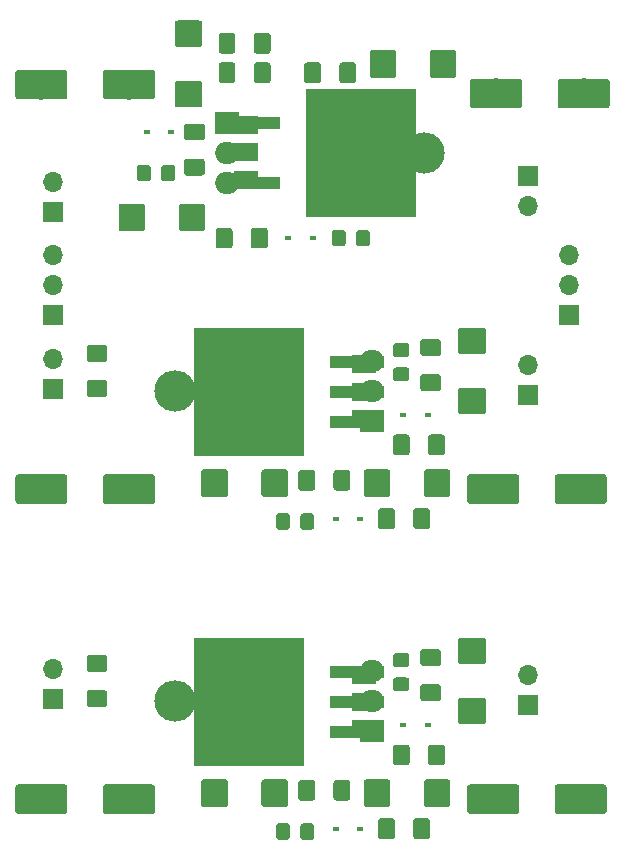
<source format=gts>
%TF.GenerationSoftware,KiCad,Pcbnew,(5.1.4)-1*%
%TF.CreationDate,2021-09-05T23:43:36-04:00*%
%TF.ProjectId,dual_lm317,6475616c-5f6c-46d3-9331-372e6b696361,rev?*%
%TF.SameCoordinates,Original*%
%TF.FileFunction,Soldermask,Top*%
%TF.FilePolarity,Negative*%
%FSLAX46Y46*%
G04 Gerber Fmt 4.6, Leading zero omitted, Abs format (unit mm)*
G04 Created by KiCad (PCBNEW (5.1.4)-1) date 2021-09-05 23:43:36*
%MOMM*%
%LPD*%
G04 APERTURE LIST*
%ADD10R,9.400000X10.800000*%
%ADD11R,4.600000X1.100000*%
%ADD12R,2.000000X1.500000*%
%ADD13R,2.000000X3.800000*%
%ADD14O,2.000000X1.905000*%
%ADD15R,2.000000X1.905000*%
%ADD16O,3.500000X3.500000*%
%ADD17C,0.100000*%
%ADD18C,1.425000*%
%ADD19O,1.700000X1.700000*%
%ADD20R,1.700000X1.700000*%
%ADD21R,0.600000X0.450000*%
%ADD22C,2.500000*%
%ADD23C,2.250000*%
%ADD24C,1.150000*%
G04 APERTURE END LIST*
D10*
%TO.C,U9*%
X124625000Y-107750000D03*
D11*
X133775000Y-105210000D03*
X133775000Y-107750000D03*
X133775000Y-110290000D03*
%TD*%
D12*
%TO.C,U8*%
X134400000Y-110050000D03*
X134400000Y-105450000D03*
X134400000Y-107750000D03*
D13*
X128100000Y-107750000D03*
%TD*%
D14*
%TO.C,U7*%
X135000000Y-105170000D03*
X135000000Y-107710000D03*
D15*
X135000000Y-110250000D03*
D16*
X118340000Y-107710000D03*
%TD*%
D17*
%TO.C,R6*%
G36*
X132974504Y-114376204D02*
G01*
X132998773Y-114379804D01*
X133022571Y-114385765D01*
X133045671Y-114394030D01*
X133067849Y-114404520D01*
X133088893Y-114417133D01*
X133108598Y-114431747D01*
X133126777Y-114448223D01*
X133143253Y-114466402D01*
X133157867Y-114486107D01*
X133170480Y-114507151D01*
X133180970Y-114529329D01*
X133189235Y-114552429D01*
X133195196Y-114576227D01*
X133198796Y-114600496D01*
X133200000Y-114625000D01*
X133200000Y-115875000D01*
X133198796Y-115899504D01*
X133195196Y-115923773D01*
X133189235Y-115947571D01*
X133180970Y-115970671D01*
X133170480Y-115992849D01*
X133157867Y-116013893D01*
X133143253Y-116033598D01*
X133126777Y-116051777D01*
X133108598Y-116068253D01*
X133088893Y-116082867D01*
X133067849Y-116095480D01*
X133045671Y-116105970D01*
X133022571Y-116114235D01*
X132998773Y-116120196D01*
X132974504Y-116123796D01*
X132950000Y-116125000D01*
X132025000Y-116125000D01*
X132000496Y-116123796D01*
X131976227Y-116120196D01*
X131952429Y-116114235D01*
X131929329Y-116105970D01*
X131907151Y-116095480D01*
X131886107Y-116082867D01*
X131866402Y-116068253D01*
X131848223Y-116051777D01*
X131831747Y-116033598D01*
X131817133Y-116013893D01*
X131804520Y-115992849D01*
X131794030Y-115970671D01*
X131785765Y-115947571D01*
X131779804Y-115923773D01*
X131776204Y-115899504D01*
X131775000Y-115875000D01*
X131775000Y-114625000D01*
X131776204Y-114600496D01*
X131779804Y-114576227D01*
X131785765Y-114552429D01*
X131794030Y-114529329D01*
X131804520Y-114507151D01*
X131817133Y-114486107D01*
X131831747Y-114466402D01*
X131848223Y-114448223D01*
X131866402Y-114431747D01*
X131886107Y-114417133D01*
X131907151Y-114404520D01*
X131929329Y-114394030D01*
X131952429Y-114385765D01*
X131976227Y-114379804D01*
X132000496Y-114376204D01*
X132025000Y-114375000D01*
X132950000Y-114375000D01*
X132974504Y-114376204D01*
X132974504Y-114376204D01*
G37*
D18*
X132487500Y-115250000D03*
D17*
G36*
X129999504Y-114376204D02*
G01*
X130023773Y-114379804D01*
X130047571Y-114385765D01*
X130070671Y-114394030D01*
X130092849Y-114404520D01*
X130113893Y-114417133D01*
X130133598Y-114431747D01*
X130151777Y-114448223D01*
X130168253Y-114466402D01*
X130182867Y-114486107D01*
X130195480Y-114507151D01*
X130205970Y-114529329D01*
X130214235Y-114552429D01*
X130220196Y-114576227D01*
X130223796Y-114600496D01*
X130225000Y-114625000D01*
X130225000Y-115875000D01*
X130223796Y-115899504D01*
X130220196Y-115923773D01*
X130214235Y-115947571D01*
X130205970Y-115970671D01*
X130195480Y-115992849D01*
X130182867Y-116013893D01*
X130168253Y-116033598D01*
X130151777Y-116051777D01*
X130133598Y-116068253D01*
X130113893Y-116082867D01*
X130092849Y-116095480D01*
X130070671Y-116105970D01*
X130047571Y-116114235D01*
X130023773Y-116120196D01*
X129999504Y-116123796D01*
X129975000Y-116125000D01*
X129050000Y-116125000D01*
X129025496Y-116123796D01*
X129001227Y-116120196D01*
X128977429Y-116114235D01*
X128954329Y-116105970D01*
X128932151Y-116095480D01*
X128911107Y-116082867D01*
X128891402Y-116068253D01*
X128873223Y-116051777D01*
X128856747Y-116033598D01*
X128842133Y-116013893D01*
X128829520Y-115992849D01*
X128819030Y-115970671D01*
X128810765Y-115947571D01*
X128804804Y-115923773D01*
X128801204Y-115899504D01*
X128800000Y-115875000D01*
X128800000Y-114625000D01*
X128801204Y-114600496D01*
X128804804Y-114576227D01*
X128810765Y-114552429D01*
X128819030Y-114529329D01*
X128829520Y-114507151D01*
X128842133Y-114486107D01*
X128856747Y-114466402D01*
X128873223Y-114448223D01*
X128891402Y-114431747D01*
X128911107Y-114417133D01*
X128932151Y-114404520D01*
X128954329Y-114394030D01*
X128977429Y-114385765D01*
X129001227Y-114379804D01*
X129025496Y-114376204D01*
X129050000Y-114375000D01*
X129975000Y-114375000D01*
X129999504Y-114376204D01*
X129999504Y-114376204D01*
G37*
D18*
X129512500Y-115250000D03*
%TD*%
D17*
%TO.C,R5*%
G36*
X139724504Y-117626204D02*
G01*
X139748773Y-117629804D01*
X139772571Y-117635765D01*
X139795671Y-117644030D01*
X139817849Y-117654520D01*
X139838893Y-117667133D01*
X139858598Y-117681747D01*
X139876777Y-117698223D01*
X139893253Y-117716402D01*
X139907867Y-117736107D01*
X139920480Y-117757151D01*
X139930970Y-117779329D01*
X139939235Y-117802429D01*
X139945196Y-117826227D01*
X139948796Y-117850496D01*
X139950000Y-117875000D01*
X139950000Y-119125000D01*
X139948796Y-119149504D01*
X139945196Y-119173773D01*
X139939235Y-119197571D01*
X139930970Y-119220671D01*
X139920480Y-119242849D01*
X139907867Y-119263893D01*
X139893253Y-119283598D01*
X139876777Y-119301777D01*
X139858598Y-119318253D01*
X139838893Y-119332867D01*
X139817849Y-119345480D01*
X139795671Y-119355970D01*
X139772571Y-119364235D01*
X139748773Y-119370196D01*
X139724504Y-119373796D01*
X139700000Y-119375000D01*
X138775000Y-119375000D01*
X138750496Y-119373796D01*
X138726227Y-119370196D01*
X138702429Y-119364235D01*
X138679329Y-119355970D01*
X138657151Y-119345480D01*
X138636107Y-119332867D01*
X138616402Y-119318253D01*
X138598223Y-119301777D01*
X138581747Y-119283598D01*
X138567133Y-119263893D01*
X138554520Y-119242849D01*
X138544030Y-119220671D01*
X138535765Y-119197571D01*
X138529804Y-119173773D01*
X138526204Y-119149504D01*
X138525000Y-119125000D01*
X138525000Y-117875000D01*
X138526204Y-117850496D01*
X138529804Y-117826227D01*
X138535765Y-117802429D01*
X138544030Y-117779329D01*
X138554520Y-117757151D01*
X138567133Y-117736107D01*
X138581747Y-117716402D01*
X138598223Y-117698223D01*
X138616402Y-117681747D01*
X138636107Y-117667133D01*
X138657151Y-117654520D01*
X138679329Y-117644030D01*
X138702429Y-117635765D01*
X138726227Y-117629804D01*
X138750496Y-117626204D01*
X138775000Y-117625000D01*
X139700000Y-117625000D01*
X139724504Y-117626204D01*
X139724504Y-117626204D01*
G37*
D18*
X139237500Y-118500000D03*
D17*
G36*
X136749504Y-117626204D02*
G01*
X136773773Y-117629804D01*
X136797571Y-117635765D01*
X136820671Y-117644030D01*
X136842849Y-117654520D01*
X136863893Y-117667133D01*
X136883598Y-117681747D01*
X136901777Y-117698223D01*
X136918253Y-117716402D01*
X136932867Y-117736107D01*
X136945480Y-117757151D01*
X136955970Y-117779329D01*
X136964235Y-117802429D01*
X136970196Y-117826227D01*
X136973796Y-117850496D01*
X136975000Y-117875000D01*
X136975000Y-119125000D01*
X136973796Y-119149504D01*
X136970196Y-119173773D01*
X136964235Y-119197571D01*
X136955970Y-119220671D01*
X136945480Y-119242849D01*
X136932867Y-119263893D01*
X136918253Y-119283598D01*
X136901777Y-119301777D01*
X136883598Y-119318253D01*
X136863893Y-119332867D01*
X136842849Y-119345480D01*
X136820671Y-119355970D01*
X136797571Y-119364235D01*
X136773773Y-119370196D01*
X136749504Y-119373796D01*
X136725000Y-119375000D01*
X135800000Y-119375000D01*
X135775496Y-119373796D01*
X135751227Y-119370196D01*
X135727429Y-119364235D01*
X135704329Y-119355970D01*
X135682151Y-119345480D01*
X135661107Y-119332867D01*
X135641402Y-119318253D01*
X135623223Y-119301777D01*
X135606747Y-119283598D01*
X135592133Y-119263893D01*
X135579520Y-119242849D01*
X135569030Y-119220671D01*
X135560765Y-119197571D01*
X135554804Y-119173773D01*
X135551204Y-119149504D01*
X135550000Y-119125000D01*
X135550000Y-117875000D01*
X135551204Y-117850496D01*
X135554804Y-117826227D01*
X135560765Y-117802429D01*
X135569030Y-117779329D01*
X135579520Y-117757151D01*
X135592133Y-117736107D01*
X135606747Y-117716402D01*
X135623223Y-117698223D01*
X135641402Y-117681747D01*
X135661107Y-117667133D01*
X135682151Y-117654520D01*
X135704329Y-117644030D01*
X135727429Y-117635765D01*
X135751227Y-117629804D01*
X135775496Y-117626204D01*
X135800000Y-117625000D01*
X136725000Y-117625000D01*
X136749504Y-117626204D01*
X136749504Y-117626204D01*
G37*
D18*
X136262500Y-118500000D03*
%TD*%
D19*
%TO.C,J8*%
X108000000Y-104960000D03*
D20*
X108000000Y-107500000D03*
%TD*%
D19*
%TO.C,J7*%
X148250000Y-105460000D03*
D20*
X148250000Y-108000000D03*
%TD*%
D21*
%TO.C,D6*%
X134050000Y-118500000D03*
X131950000Y-118500000D03*
%TD*%
%TO.C,D5*%
X137700000Y-109750000D03*
X139800000Y-109750000D03*
%TD*%
D17*
%TO.C,C30*%
G36*
X109024504Y-114751204D02*
G01*
X109048773Y-114754804D01*
X109072571Y-114760765D01*
X109095671Y-114769030D01*
X109117849Y-114779520D01*
X109138893Y-114792133D01*
X109158598Y-114806747D01*
X109176777Y-114823223D01*
X109193253Y-114841402D01*
X109207867Y-114861107D01*
X109220480Y-114882151D01*
X109230970Y-114904329D01*
X109239235Y-114927429D01*
X109245196Y-114951227D01*
X109248796Y-114975496D01*
X109250000Y-115000000D01*
X109250000Y-117000000D01*
X109248796Y-117024504D01*
X109245196Y-117048773D01*
X109239235Y-117072571D01*
X109230970Y-117095671D01*
X109220480Y-117117849D01*
X109207867Y-117138893D01*
X109193253Y-117158598D01*
X109176777Y-117176777D01*
X109158598Y-117193253D01*
X109138893Y-117207867D01*
X109117849Y-117220480D01*
X109095671Y-117230970D01*
X109072571Y-117239235D01*
X109048773Y-117245196D01*
X109024504Y-117248796D01*
X109000000Y-117250000D01*
X105100000Y-117250000D01*
X105075496Y-117248796D01*
X105051227Y-117245196D01*
X105027429Y-117239235D01*
X105004329Y-117230970D01*
X104982151Y-117220480D01*
X104961107Y-117207867D01*
X104941402Y-117193253D01*
X104923223Y-117176777D01*
X104906747Y-117158598D01*
X104892133Y-117138893D01*
X104879520Y-117117849D01*
X104869030Y-117095671D01*
X104860765Y-117072571D01*
X104854804Y-117048773D01*
X104851204Y-117024504D01*
X104850000Y-117000000D01*
X104850000Y-115000000D01*
X104851204Y-114975496D01*
X104854804Y-114951227D01*
X104860765Y-114927429D01*
X104869030Y-114904329D01*
X104879520Y-114882151D01*
X104892133Y-114861107D01*
X104906747Y-114841402D01*
X104923223Y-114823223D01*
X104941402Y-114806747D01*
X104961107Y-114792133D01*
X104982151Y-114779520D01*
X105004329Y-114769030D01*
X105027429Y-114760765D01*
X105051227Y-114754804D01*
X105075496Y-114751204D01*
X105100000Y-114750000D01*
X109000000Y-114750000D01*
X109024504Y-114751204D01*
X109024504Y-114751204D01*
G37*
D22*
X107050000Y-116000000D03*
D17*
G36*
X116424504Y-114751204D02*
G01*
X116448773Y-114754804D01*
X116472571Y-114760765D01*
X116495671Y-114769030D01*
X116517849Y-114779520D01*
X116538893Y-114792133D01*
X116558598Y-114806747D01*
X116576777Y-114823223D01*
X116593253Y-114841402D01*
X116607867Y-114861107D01*
X116620480Y-114882151D01*
X116630970Y-114904329D01*
X116639235Y-114927429D01*
X116645196Y-114951227D01*
X116648796Y-114975496D01*
X116650000Y-115000000D01*
X116650000Y-117000000D01*
X116648796Y-117024504D01*
X116645196Y-117048773D01*
X116639235Y-117072571D01*
X116630970Y-117095671D01*
X116620480Y-117117849D01*
X116607867Y-117138893D01*
X116593253Y-117158598D01*
X116576777Y-117176777D01*
X116558598Y-117193253D01*
X116538893Y-117207867D01*
X116517849Y-117220480D01*
X116495671Y-117230970D01*
X116472571Y-117239235D01*
X116448773Y-117245196D01*
X116424504Y-117248796D01*
X116400000Y-117250000D01*
X112500000Y-117250000D01*
X112475496Y-117248796D01*
X112451227Y-117245196D01*
X112427429Y-117239235D01*
X112404329Y-117230970D01*
X112382151Y-117220480D01*
X112361107Y-117207867D01*
X112341402Y-117193253D01*
X112323223Y-117176777D01*
X112306747Y-117158598D01*
X112292133Y-117138893D01*
X112279520Y-117117849D01*
X112269030Y-117095671D01*
X112260765Y-117072571D01*
X112254804Y-117048773D01*
X112251204Y-117024504D01*
X112250000Y-117000000D01*
X112250000Y-115000000D01*
X112251204Y-114975496D01*
X112254804Y-114951227D01*
X112260765Y-114927429D01*
X112269030Y-114904329D01*
X112279520Y-114882151D01*
X112292133Y-114861107D01*
X112306747Y-114841402D01*
X112323223Y-114823223D01*
X112341402Y-114806747D01*
X112361107Y-114792133D01*
X112382151Y-114779520D01*
X112404329Y-114769030D01*
X112427429Y-114760765D01*
X112451227Y-114754804D01*
X112475496Y-114751204D01*
X112500000Y-114750000D01*
X116400000Y-114750000D01*
X116424504Y-114751204D01*
X116424504Y-114751204D01*
G37*
D22*
X114450000Y-116000000D03*
%TD*%
D17*
%TO.C,C29*%
G36*
X122599505Y-114326204D02*
G01*
X122623773Y-114329804D01*
X122647572Y-114335765D01*
X122670671Y-114344030D01*
X122692850Y-114354520D01*
X122713893Y-114367132D01*
X122733599Y-114381747D01*
X122751777Y-114398223D01*
X122768253Y-114416401D01*
X122782868Y-114436107D01*
X122795480Y-114457150D01*
X122805970Y-114479329D01*
X122814235Y-114502428D01*
X122820196Y-114526227D01*
X122823796Y-114550495D01*
X122825000Y-114574999D01*
X122825000Y-116425001D01*
X122823796Y-116449505D01*
X122820196Y-116473773D01*
X122814235Y-116497572D01*
X122805970Y-116520671D01*
X122795480Y-116542850D01*
X122782868Y-116563893D01*
X122768253Y-116583599D01*
X122751777Y-116601777D01*
X122733599Y-116618253D01*
X122713893Y-116632868D01*
X122692850Y-116645480D01*
X122670671Y-116655970D01*
X122647572Y-116664235D01*
X122623773Y-116670196D01*
X122599505Y-116673796D01*
X122575001Y-116675000D01*
X120824999Y-116675000D01*
X120800495Y-116673796D01*
X120776227Y-116670196D01*
X120752428Y-116664235D01*
X120729329Y-116655970D01*
X120707150Y-116645480D01*
X120686107Y-116632868D01*
X120666401Y-116618253D01*
X120648223Y-116601777D01*
X120631747Y-116583599D01*
X120617132Y-116563893D01*
X120604520Y-116542850D01*
X120594030Y-116520671D01*
X120585765Y-116497572D01*
X120579804Y-116473773D01*
X120576204Y-116449505D01*
X120575000Y-116425001D01*
X120575000Y-114574999D01*
X120576204Y-114550495D01*
X120579804Y-114526227D01*
X120585765Y-114502428D01*
X120594030Y-114479329D01*
X120604520Y-114457150D01*
X120617132Y-114436107D01*
X120631747Y-114416401D01*
X120648223Y-114398223D01*
X120666401Y-114381747D01*
X120686107Y-114367132D01*
X120707150Y-114354520D01*
X120729329Y-114344030D01*
X120752428Y-114335765D01*
X120776227Y-114329804D01*
X120800495Y-114326204D01*
X120824999Y-114325000D01*
X122575001Y-114325000D01*
X122599505Y-114326204D01*
X122599505Y-114326204D01*
G37*
D23*
X121700000Y-115500000D03*
D17*
G36*
X127699505Y-114326204D02*
G01*
X127723773Y-114329804D01*
X127747572Y-114335765D01*
X127770671Y-114344030D01*
X127792850Y-114354520D01*
X127813893Y-114367132D01*
X127833599Y-114381747D01*
X127851777Y-114398223D01*
X127868253Y-114416401D01*
X127882868Y-114436107D01*
X127895480Y-114457150D01*
X127905970Y-114479329D01*
X127914235Y-114502428D01*
X127920196Y-114526227D01*
X127923796Y-114550495D01*
X127925000Y-114574999D01*
X127925000Y-116425001D01*
X127923796Y-116449505D01*
X127920196Y-116473773D01*
X127914235Y-116497572D01*
X127905970Y-116520671D01*
X127895480Y-116542850D01*
X127882868Y-116563893D01*
X127868253Y-116583599D01*
X127851777Y-116601777D01*
X127833599Y-116618253D01*
X127813893Y-116632868D01*
X127792850Y-116645480D01*
X127770671Y-116655970D01*
X127747572Y-116664235D01*
X127723773Y-116670196D01*
X127699505Y-116673796D01*
X127675001Y-116675000D01*
X125924999Y-116675000D01*
X125900495Y-116673796D01*
X125876227Y-116670196D01*
X125852428Y-116664235D01*
X125829329Y-116655970D01*
X125807150Y-116645480D01*
X125786107Y-116632868D01*
X125766401Y-116618253D01*
X125748223Y-116601777D01*
X125731747Y-116583599D01*
X125717132Y-116563893D01*
X125704520Y-116542850D01*
X125694030Y-116520671D01*
X125685765Y-116497572D01*
X125679804Y-116473773D01*
X125676204Y-116449505D01*
X125675000Y-116425001D01*
X125675000Y-114574999D01*
X125676204Y-114550495D01*
X125679804Y-114526227D01*
X125685765Y-114502428D01*
X125694030Y-114479329D01*
X125704520Y-114457150D01*
X125717132Y-114436107D01*
X125731747Y-114416401D01*
X125748223Y-114398223D01*
X125766401Y-114381747D01*
X125786107Y-114367132D01*
X125807150Y-114354520D01*
X125829329Y-114344030D01*
X125852428Y-114335765D01*
X125876227Y-114329804D01*
X125900495Y-114326204D01*
X125924999Y-114325000D01*
X127675001Y-114325000D01*
X127699505Y-114326204D01*
X127699505Y-114326204D01*
G37*
D23*
X126800000Y-115500000D03*
%TD*%
D17*
%TO.C,C28*%
G36*
X112399504Y-106776204D02*
G01*
X112423773Y-106779804D01*
X112447571Y-106785765D01*
X112470671Y-106794030D01*
X112492849Y-106804520D01*
X112513893Y-106817133D01*
X112533598Y-106831747D01*
X112551777Y-106848223D01*
X112568253Y-106866402D01*
X112582867Y-106886107D01*
X112595480Y-106907151D01*
X112605970Y-106929329D01*
X112614235Y-106952429D01*
X112620196Y-106976227D01*
X112623796Y-107000496D01*
X112625000Y-107025000D01*
X112625000Y-107950000D01*
X112623796Y-107974504D01*
X112620196Y-107998773D01*
X112614235Y-108022571D01*
X112605970Y-108045671D01*
X112595480Y-108067849D01*
X112582867Y-108088893D01*
X112568253Y-108108598D01*
X112551777Y-108126777D01*
X112533598Y-108143253D01*
X112513893Y-108157867D01*
X112492849Y-108170480D01*
X112470671Y-108180970D01*
X112447571Y-108189235D01*
X112423773Y-108195196D01*
X112399504Y-108198796D01*
X112375000Y-108200000D01*
X111125000Y-108200000D01*
X111100496Y-108198796D01*
X111076227Y-108195196D01*
X111052429Y-108189235D01*
X111029329Y-108180970D01*
X111007151Y-108170480D01*
X110986107Y-108157867D01*
X110966402Y-108143253D01*
X110948223Y-108126777D01*
X110931747Y-108108598D01*
X110917133Y-108088893D01*
X110904520Y-108067849D01*
X110894030Y-108045671D01*
X110885765Y-108022571D01*
X110879804Y-107998773D01*
X110876204Y-107974504D01*
X110875000Y-107950000D01*
X110875000Y-107025000D01*
X110876204Y-107000496D01*
X110879804Y-106976227D01*
X110885765Y-106952429D01*
X110894030Y-106929329D01*
X110904520Y-106907151D01*
X110917133Y-106886107D01*
X110931747Y-106866402D01*
X110948223Y-106848223D01*
X110966402Y-106831747D01*
X110986107Y-106817133D01*
X111007151Y-106804520D01*
X111029329Y-106794030D01*
X111052429Y-106785765D01*
X111076227Y-106779804D01*
X111100496Y-106776204D01*
X111125000Y-106775000D01*
X112375000Y-106775000D01*
X112399504Y-106776204D01*
X112399504Y-106776204D01*
G37*
D18*
X111750000Y-107487500D03*
D17*
G36*
X112399504Y-103801204D02*
G01*
X112423773Y-103804804D01*
X112447571Y-103810765D01*
X112470671Y-103819030D01*
X112492849Y-103829520D01*
X112513893Y-103842133D01*
X112533598Y-103856747D01*
X112551777Y-103873223D01*
X112568253Y-103891402D01*
X112582867Y-103911107D01*
X112595480Y-103932151D01*
X112605970Y-103954329D01*
X112614235Y-103977429D01*
X112620196Y-104001227D01*
X112623796Y-104025496D01*
X112625000Y-104050000D01*
X112625000Y-104975000D01*
X112623796Y-104999504D01*
X112620196Y-105023773D01*
X112614235Y-105047571D01*
X112605970Y-105070671D01*
X112595480Y-105092849D01*
X112582867Y-105113893D01*
X112568253Y-105133598D01*
X112551777Y-105151777D01*
X112533598Y-105168253D01*
X112513893Y-105182867D01*
X112492849Y-105195480D01*
X112470671Y-105205970D01*
X112447571Y-105214235D01*
X112423773Y-105220196D01*
X112399504Y-105223796D01*
X112375000Y-105225000D01*
X111125000Y-105225000D01*
X111100496Y-105223796D01*
X111076227Y-105220196D01*
X111052429Y-105214235D01*
X111029329Y-105205970D01*
X111007151Y-105195480D01*
X110986107Y-105182867D01*
X110966402Y-105168253D01*
X110948223Y-105151777D01*
X110931747Y-105133598D01*
X110917133Y-105113893D01*
X110904520Y-105092849D01*
X110894030Y-105070671D01*
X110885765Y-105047571D01*
X110879804Y-105023773D01*
X110876204Y-104999504D01*
X110875000Y-104975000D01*
X110875000Y-104050000D01*
X110876204Y-104025496D01*
X110879804Y-104001227D01*
X110885765Y-103977429D01*
X110894030Y-103954329D01*
X110904520Y-103932151D01*
X110917133Y-103911107D01*
X110931747Y-103891402D01*
X110948223Y-103873223D01*
X110966402Y-103856747D01*
X110986107Y-103842133D01*
X111007151Y-103829520D01*
X111029329Y-103819030D01*
X111052429Y-103810765D01*
X111076227Y-103804804D01*
X111100496Y-103801204D01*
X111125000Y-103800000D01*
X112375000Y-103800000D01*
X112399504Y-103801204D01*
X112399504Y-103801204D01*
G37*
D18*
X111750000Y-104512500D03*
%TD*%
D17*
%TO.C,C27*%
G36*
X127849505Y-118051204D02*
G01*
X127873773Y-118054804D01*
X127897572Y-118060765D01*
X127920671Y-118069030D01*
X127942850Y-118079520D01*
X127963893Y-118092132D01*
X127983599Y-118106747D01*
X128001777Y-118123223D01*
X128018253Y-118141401D01*
X128032868Y-118161107D01*
X128045480Y-118182150D01*
X128055970Y-118204329D01*
X128064235Y-118227428D01*
X128070196Y-118251227D01*
X128073796Y-118275495D01*
X128075000Y-118299999D01*
X128075000Y-119200001D01*
X128073796Y-119224505D01*
X128070196Y-119248773D01*
X128064235Y-119272572D01*
X128055970Y-119295671D01*
X128045480Y-119317850D01*
X128032868Y-119338893D01*
X128018253Y-119358599D01*
X128001777Y-119376777D01*
X127983599Y-119393253D01*
X127963893Y-119407868D01*
X127942850Y-119420480D01*
X127920671Y-119430970D01*
X127897572Y-119439235D01*
X127873773Y-119445196D01*
X127849505Y-119448796D01*
X127825001Y-119450000D01*
X127174999Y-119450000D01*
X127150495Y-119448796D01*
X127126227Y-119445196D01*
X127102428Y-119439235D01*
X127079329Y-119430970D01*
X127057150Y-119420480D01*
X127036107Y-119407868D01*
X127016401Y-119393253D01*
X126998223Y-119376777D01*
X126981747Y-119358599D01*
X126967132Y-119338893D01*
X126954520Y-119317850D01*
X126944030Y-119295671D01*
X126935765Y-119272572D01*
X126929804Y-119248773D01*
X126926204Y-119224505D01*
X126925000Y-119200001D01*
X126925000Y-118299999D01*
X126926204Y-118275495D01*
X126929804Y-118251227D01*
X126935765Y-118227428D01*
X126944030Y-118204329D01*
X126954520Y-118182150D01*
X126967132Y-118161107D01*
X126981747Y-118141401D01*
X126998223Y-118123223D01*
X127016401Y-118106747D01*
X127036107Y-118092132D01*
X127057150Y-118079520D01*
X127079329Y-118069030D01*
X127102428Y-118060765D01*
X127126227Y-118054804D01*
X127150495Y-118051204D01*
X127174999Y-118050000D01*
X127825001Y-118050000D01*
X127849505Y-118051204D01*
X127849505Y-118051204D01*
G37*
D24*
X127500000Y-118750000D03*
D17*
G36*
X129899505Y-118051204D02*
G01*
X129923773Y-118054804D01*
X129947572Y-118060765D01*
X129970671Y-118069030D01*
X129992850Y-118079520D01*
X130013893Y-118092132D01*
X130033599Y-118106747D01*
X130051777Y-118123223D01*
X130068253Y-118141401D01*
X130082868Y-118161107D01*
X130095480Y-118182150D01*
X130105970Y-118204329D01*
X130114235Y-118227428D01*
X130120196Y-118251227D01*
X130123796Y-118275495D01*
X130125000Y-118299999D01*
X130125000Y-119200001D01*
X130123796Y-119224505D01*
X130120196Y-119248773D01*
X130114235Y-119272572D01*
X130105970Y-119295671D01*
X130095480Y-119317850D01*
X130082868Y-119338893D01*
X130068253Y-119358599D01*
X130051777Y-119376777D01*
X130033599Y-119393253D01*
X130013893Y-119407868D01*
X129992850Y-119420480D01*
X129970671Y-119430970D01*
X129947572Y-119439235D01*
X129923773Y-119445196D01*
X129899505Y-119448796D01*
X129875001Y-119450000D01*
X129224999Y-119450000D01*
X129200495Y-119448796D01*
X129176227Y-119445196D01*
X129152428Y-119439235D01*
X129129329Y-119430970D01*
X129107150Y-119420480D01*
X129086107Y-119407868D01*
X129066401Y-119393253D01*
X129048223Y-119376777D01*
X129031747Y-119358599D01*
X129017132Y-119338893D01*
X129004520Y-119317850D01*
X128994030Y-119295671D01*
X128985765Y-119272572D01*
X128979804Y-119248773D01*
X128976204Y-119224505D01*
X128975000Y-119200001D01*
X128975000Y-118299999D01*
X128976204Y-118275495D01*
X128979804Y-118251227D01*
X128985765Y-118227428D01*
X128994030Y-118204329D01*
X129004520Y-118182150D01*
X129017132Y-118161107D01*
X129031747Y-118141401D01*
X129048223Y-118123223D01*
X129066401Y-118106747D01*
X129086107Y-118092132D01*
X129107150Y-118079520D01*
X129129329Y-118069030D01*
X129152428Y-118060765D01*
X129176227Y-118054804D01*
X129200495Y-118051204D01*
X129224999Y-118050000D01*
X129875001Y-118050000D01*
X129899505Y-118051204D01*
X129899505Y-118051204D01*
G37*
D24*
X129550000Y-118750000D03*
%TD*%
D17*
%TO.C,C26*%
G36*
X140974504Y-111376204D02*
G01*
X140998773Y-111379804D01*
X141022571Y-111385765D01*
X141045671Y-111394030D01*
X141067849Y-111404520D01*
X141088893Y-111417133D01*
X141108598Y-111431747D01*
X141126777Y-111448223D01*
X141143253Y-111466402D01*
X141157867Y-111486107D01*
X141170480Y-111507151D01*
X141180970Y-111529329D01*
X141189235Y-111552429D01*
X141195196Y-111576227D01*
X141198796Y-111600496D01*
X141200000Y-111625000D01*
X141200000Y-112875000D01*
X141198796Y-112899504D01*
X141195196Y-112923773D01*
X141189235Y-112947571D01*
X141180970Y-112970671D01*
X141170480Y-112992849D01*
X141157867Y-113013893D01*
X141143253Y-113033598D01*
X141126777Y-113051777D01*
X141108598Y-113068253D01*
X141088893Y-113082867D01*
X141067849Y-113095480D01*
X141045671Y-113105970D01*
X141022571Y-113114235D01*
X140998773Y-113120196D01*
X140974504Y-113123796D01*
X140950000Y-113125000D01*
X140025000Y-113125000D01*
X140000496Y-113123796D01*
X139976227Y-113120196D01*
X139952429Y-113114235D01*
X139929329Y-113105970D01*
X139907151Y-113095480D01*
X139886107Y-113082867D01*
X139866402Y-113068253D01*
X139848223Y-113051777D01*
X139831747Y-113033598D01*
X139817133Y-113013893D01*
X139804520Y-112992849D01*
X139794030Y-112970671D01*
X139785765Y-112947571D01*
X139779804Y-112923773D01*
X139776204Y-112899504D01*
X139775000Y-112875000D01*
X139775000Y-111625000D01*
X139776204Y-111600496D01*
X139779804Y-111576227D01*
X139785765Y-111552429D01*
X139794030Y-111529329D01*
X139804520Y-111507151D01*
X139817133Y-111486107D01*
X139831747Y-111466402D01*
X139848223Y-111448223D01*
X139866402Y-111431747D01*
X139886107Y-111417133D01*
X139907151Y-111404520D01*
X139929329Y-111394030D01*
X139952429Y-111385765D01*
X139976227Y-111379804D01*
X140000496Y-111376204D01*
X140025000Y-111375000D01*
X140950000Y-111375000D01*
X140974504Y-111376204D01*
X140974504Y-111376204D01*
G37*
D18*
X140487500Y-112250000D03*
D17*
G36*
X137999504Y-111376204D02*
G01*
X138023773Y-111379804D01*
X138047571Y-111385765D01*
X138070671Y-111394030D01*
X138092849Y-111404520D01*
X138113893Y-111417133D01*
X138133598Y-111431747D01*
X138151777Y-111448223D01*
X138168253Y-111466402D01*
X138182867Y-111486107D01*
X138195480Y-111507151D01*
X138205970Y-111529329D01*
X138214235Y-111552429D01*
X138220196Y-111576227D01*
X138223796Y-111600496D01*
X138225000Y-111625000D01*
X138225000Y-112875000D01*
X138223796Y-112899504D01*
X138220196Y-112923773D01*
X138214235Y-112947571D01*
X138205970Y-112970671D01*
X138195480Y-112992849D01*
X138182867Y-113013893D01*
X138168253Y-113033598D01*
X138151777Y-113051777D01*
X138133598Y-113068253D01*
X138113893Y-113082867D01*
X138092849Y-113095480D01*
X138070671Y-113105970D01*
X138047571Y-113114235D01*
X138023773Y-113120196D01*
X137999504Y-113123796D01*
X137975000Y-113125000D01*
X137050000Y-113125000D01*
X137025496Y-113123796D01*
X137001227Y-113120196D01*
X136977429Y-113114235D01*
X136954329Y-113105970D01*
X136932151Y-113095480D01*
X136911107Y-113082867D01*
X136891402Y-113068253D01*
X136873223Y-113051777D01*
X136856747Y-113033598D01*
X136842133Y-113013893D01*
X136829520Y-112992849D01*
X136819030Y-112970671D01*
X136810765Y-112947571D01*
X136804804Y-112923773D01*
X136801204Y-112899504D01*
X136800000Y-112875000D01*
X136800000Y-111625000D01*
X136801204Y-111600496D01*
X136804804Y-111576227D01*
X136810765Y-111552429D01*
X136819030Y-111529329D01*
X136829520Y-111507151D01*
X136842133Y-111486107D01*
X136856747Y-111466402D01*
X136873223Y-111448223D01*
X136891402Y-111431747D01*
X136911107Y-111417133D01*
X136932151Y-111404520D01*
X136954329Y-111394030D01*
X136977429Y-111385765D01*
X137001227Y-111379804D01*
X137025496Y-111376204D01*
X137050000Y-111375000D01*
X137975000Y-111375000D01*
X137999504Y-111376204D01*
X137999504Y-111376204D01*
G37*
D18*
X137512500Y-112250000D03*
%TD*%
D17*
%TO.C,C25*%
G36*
X141449505Y-114326204D02*
G01*
X141473773Y-114329804D01*
X141497572Y-114335765D01*
X141520671Y-114344030D01*
X141542850Y-114354520D01*
X141563893Y-114367132D01*
X141583599Y-114381747D01*
X141601777Y-114398223D01*
X141618253Y-114416401D01*
X141632868Y-114436107D01*
X141645480Y-114457150D01*
X141655970Y-114479329D01*
X141664235Y-114502428D01*
X141670196Y-114526227D01*
X141673796Y-114550495D01*
X141675000Y-114574999D01*
X141675000Y-116425001D01*
X141673796Y-116449505D01*
X141670196Y-116473773D01*
X141664235Y-116497572D01*
X141655970Y-116520671D01*
X141645480Y-116542850D01*
X141632868Y-116563893D01*
X141618253Y-116583599D01*
X141601777Y-116601777D01*
X141583599Y-116618253D01*
X141563893Y-116632868D01*
X141542850Y-116645480D01*
X141520671Y-116655970D01*
X141497572Y-116664235D01*
X141473773Y-116670196D01*
X141449505Y-116673796D01*
X141425001Y-116675000D01*
X139674999Y-116675000D01*
X139650495Y-116673796D01*
X139626227Y-116670196D01*
X139602428Y-116664235D01*
X139579329Y-116655970D01*
X139557150Y-116645480D01*
X139536107Y-116632868D01*
X139516401Y-116618253D01*
X139498223Y-116601777D01*
X139481747Y-116583599D01*
X139467132Y-116563893D01*
X139454520Y-116542850D01*
X139444030Y-116520671D01*
X139435765Y-116497572D01*
X139429804Y-116473773D01*
X139426204Y-116449505D01*
X139425000Y-116425001D01*
X139425000Y-114574999D01*
X139426204Y-114550495D01*
X139429804Y-114526227D01*
X139435765Y-114502428D01*
X139444030Y-114479329D01*
X139454520Y-114457150D01*
X139467132Y-114436107D01*
X139481747Y-114416401D01*
X139498223Y-114398223D01*
X139516401Y-114381747D01*
X139536107Y-114367132D01*
X139557150Y-114354520D01*
X139579329Y-114344030D01*
X139602428Y-114335765D01*
X139626227Y-114329804D01*
X139650495Y-114326204D01*
X139674999Y-114325000D01*
X141425001Y-114325000D01*
X141449505Y-114326204D01*
X141449505Y-114326204D01*
G37*
D23*
X140550000Y-115500000D03*
D17*
G36*
X136349505Y-114326204D02*
G01*
X136373773Y-114329804D01*
X136397572Y-114335765D01*
X136420671Y-114344030D01*
X136442850Y-114354520D01*
X136463893Y-114367132D01*
X136483599Y-114381747D01*
X136501777Y-114398223D01*
X136518253Y-114416401D01*
X136532868Y-114436107D01*
X136545480Y-114457150D01*
X136555970Y-114479329D01*
X136564235Y-114502428D01*
X136570196Y-114526227D01*
X136573796Y-114550495D01*
X136575000Y-114574999D01*
X136575000Y-116425001D01*
X136573796Y-116449505D01*
X136570196Y-116473773D01*
X136564235Y-116497572D01*
X136555970Y-116520671D01*
X136545480Y-116542850D01*
X136532868Y-116563893D01*
X136518253Y-116583599D01*
X136501777Y-116601777D01*
X136483599Y-116618253D01*
X136463893Y-116632868D01*
X136442850Y-116645480D01*
X136420671Y-116655970D01*
X136397572Y-116664235D01*
X136373773Y-116670196D01*
X136349505Y-116673796D01*
X136325001Y-116675000D01*
X134574999Y-116675000D01*
X134550495Y-116673796D01*
X134526227Y-116670196D01*
X134502428Y-116664235D01*
X134479329Y-116655970D01*
X134457150Y-116645480D01*
X134436107Y-116632868D01*
X134416401Y-116618253D01*
X134398223Y-116601777D01*
X134381747Y-116583599D01*
X134367132Y-116563893D01*
X134354520Y-116542850D01*
X134344030Y-116520671D01*
X134335765Y-116497572D01*
X134329804Y-116473773D01*
X134326204Y-116449505D01*
X134325000Y-116425001D01*
X134325000Y-114574999D01*
X134326204Y-114550495D01*
X134329804Y-114526227D01*
X134335765Y-114502428D01*
X134344030Y-114479329D01*
X134354520Y-114457150D01*
X134367132Y-114436107D01*
X134381747Y-114416401D01*
X134398223Y-114398223D01*
X134416401Y-114381747D01*
X134436107Y-114367132D01*
X134457150Y-114354520D01*
X134479329Y-114344030D01*
X134502428Y-114335765D01*
X134526227Y-114329804D01*
X134550495Y-114326204D01*
X134574999Y-114325000D01*
X136325001Y-114325000D01*
X136349505Y-114326204D01*
X136349505Y-114326204D01*
G37*
D23*
X135450000Y-115500000D03*
%TD*%
D17*
%TO.C,C24*%
G36*
X147274504Y-114751204D02*
G01*
X147298773Y-114754804D01*
X147322571Y-114760765D01*
X147345671Y-114769030D01*
X147367849Y-114779520D01*
X147388893Y-114792133D01*
X147408598Y-114806747D01*
X147426777Y-114823223D01*
X147443253Y-114841402D01*
X147457867Y-114861107D01*
X147470480Y-114882151D01*
X147480970Y-114904329D01*
X147489235Y-114927429D01*
X147495196Y-114951227D01*
X147498796Y-114975496D01*
X147500000Y-115000000D01*
X147500000Y-117000000D01*
X147498796Y-117024504D01*
X147495196Y-117048773D01*
X147489235Y-117072571D01*
X147480970Y-117095671D01*
X147470480Y-117117849D01*
X147457867Y-117138893D01*
X147443253Y-117158598D01*
X147426777Y-117176777D01*
X147408598Y-117193253D01*
X147388893Y-117207867D01*
X147367849Y-117220480D01*
X147345671Y-117230970D01*
X147322571Y-117239235D01*
X147298773Y-117245196D01*
X147274504Y-117248796D01*
X147250000Y-117250000D01*
X143350000Y-117250000D01*
X143325496Y-117248796D01*
X143301227Y-117245196D01*
X143277429Y-117239235D01*
X143254329Y-117230970D01*
X143232151Y-117220480D01*
X143211107Y-117207867D01*
X143191402Y-117193253D01*
X143173223Y-117176777D01*
X143156747Y-117158598D01*
X143142133Y-117138893D01*
X143129520Y-117117849D01*
X143119030Y-117095671D01*
X143110765Y-117072571D01*
X143104804Y-117048773D01*
X143101204Y-117024504D01*
X143100000Y-117000000D01*
X143100000Y-115000000D01*
X143101204Y-114975496D01*
X143104804Y-114951227D01*
X143110765Y-114927429D01*
X143119030Y-114904329D01*
X143129520Y-114882151D01*
X143142133Y-114861107D01*
X143156747Y-114841402D01*
X143173223Y-114823223D01*
X143191402Y-114806747D01*
X143211107Y-114792133D01*
X143232151Y-114779520D01*
X143254329Y-114769030D01*
X143277429Y-114760765D01*
X143301227Y-114754804D01*
X143325496Y-114751204D01*
X143350000Y-114750000D01*
X147250000Y-114750000D01*
X147274504Y-114751204D01*
X147274504Y-114751204D01*
G37*
D22*
X145300000Y-116000000D03*
D17*
G36*
X154674504Y-114751204D02*
G01*
X154698773Y-114754804D01*
X154722571Y-114760765D01*
X154745671Y-114769030D01*
X154767849Y-114779520D01*
X154788893Y-114792133D01*
X154808598Y-114806747D01*
X154826777Y-114823223D01*
X154843253Y-114841402D01*
X154857867Y-114861107D01*
X154870480Y-114882151D01*
X154880970Y-114904329D01*
X154889235Y-114927429D01*
X154895196Y-114951227D01*
X154898796Y-114975496D01*
X154900000Y-115000000D01*
X154900000Y-117000000D01*
X154898796Y-117024504D01*
X154895196Y-117048773D01*
X154889235Y-117072571D01*
X154880970Y-117095671D01*
X154870480Y-117117849D01*
X154857867Y-117138893D01*
X154843253Y-117158598D01*
X154826777Y-117176777D01*
X154808598Y-117193253D01*
X154788893Y-117207867D01*
X154767849Y-117220480D01*
X154745671Y-117230970D01*
X154722571Y-117239235D01*
X154698773Y-117245196D01*
X154674504Y-117248796D01*
X154650000Y-117250000D01*
X150750000Y-117250000D01*
X150725496Y-117248796D01*
X150701227Y-117245196D01*
X150677429Y-117239235D01*
X150654329Y-117230970D01*
X150632151Y-117220480D01*
X150611107Y-117207867D01*
X150591402Y-117193253D01*
X150573223Y-117176777D01*
X150556747Y-117158598D01*
X150542133Y-117138893D01*
X150529520Y-117117849D01*
X150519030Y-117095671D01*
X150510765Y-117072571D01*
X150504804Y-117048773D01*
X150501204Y-117024504D01*
X150500000Y-117000000D01*
X150500000Y-115000000D01*
X150501204Y-114975496D01*
X150504804Y-114951227D01*
X150510765Y-114927429D01*
X150519030Y-114904329D01*
X150529520Y-114882151D01*
X150542133Y-114861107D01*
X150556747Y-114841402D01*
X150573223Y-114823223D01*
X150591402Y-114806747D01*
X150611107Y-114792133D01*
X150632151Y-114779520D01*
X150654329Y-114769030D01*
X150677429Y-114760765D01*
X150701227Y-114754804D01*
X150725496Y-114751204D01*
X150750000Y-114750000D01*
X154650000Y-114750000D01*
X154674504Y-114751204D01*
X154674504Y-114751204D01*
G37*
D22*
X152700000Y-116000000D03*
%TD*%
D17*
%TO.C,C23*%
G36*
X144449505Y-107426204D02*
G01*
X144473773Y-107429804D01*
X144497572Y-107435765D01*
X144520671Y-107444030D01*
X144542850Y-107454520D01*
X144563893Y-107467132D01*
X144583599Y-107481747D01*
X144601777Y-107498223D01*
X144618253Y-107516401D01*
X144632868Y-107536107D01*
X144645480Y-107557150D01*
X144655970Y-107579329D01*
X144664235Y-107602428D01*
X144670196Y-107626227D01*
X144673796Y-107650495D01*
X144675000Y-107674999D01*
X144675000Y-109425001D01*
X144673796Y-109449505D01*
X144670196Y-109473773D01*
X144664235Y-109497572D01*
X144655970Y-109520671D01*
X144645480Y-109542850D01*
X144632868Y-109563893D01*
X144618253Y-109583599D01*
X144601777Y-109601777D01*
X144583599Y-109618253D01*
X144563893Y-109632868D01*
X144542850Y-109645480D01*
X144520671Y-109655970D01*
X144497572Y-109664235D01*
X144473773Y-109670196D01*
X144449505Y-109673796D01*
X144425001Y-109675000D01*
X142574999Y-109675000D01*
X142550495Y-109673796D01*
X142526227Y-109670196D01*
X142502428Y-109664235D01*
X142479329Y-109655970D01*
X142457150Y-109645480D01*
X142436107Y-109632868D01*
X142416401Y-109618253D01*
X142398223Y-109601777D01*
X142381747Y-109583599D01*
X142367132Y-109563893D01*
X142354520Y-109542850D01*
X142344030Y-109520671D01*
X142335765Y-109497572D01*
X142329804Y-109473773D01*
X142326204Y-109449505D01*
X142325000Y-109425001D01*
X142325000Y-107674999D01*
X142326204Y-107650495D01*
X142329804Y-107626227D01*
X142335765Y-107602428D01*
X142344030Y-107579329D01*
X142354520Y-107557150D01*
X142367132Y-107536107D01*
X142381747Y-107516401D01*
X142398223Y-107498223D01*
X142416401Y-107481747D01*
X142436107Y-107467132D01*
X142457150Y-107454520D01*
X142479329Y-107444030D01*
X142502428Y-107435765D01*
X142526227Y-107429804D01*
X142550495Y-107426204D01*
X142574999Y-107425000D01*
X144425001Y-107425000D01*
X144449505Y-107426204D01*
X144449505Y-107426204D01*
G37*
D23*
X143500000Y-108550000D03*
D17*
G36*
X144449505Y-102326204D02*
G01*
X144473773Y-102329804D01*
X144497572Y-102335765D01*
X144520671Y-102344030D01*
X144542850Y-102354520D01*
X144563893Y-102367132D01*
X144583599Y-102381747D01*
X144601777Y-102398223D01*
X144618253Y-102416401D01*
X144632868Y-102436107D01*
X144645480Y-102457150D01*
X144655970Y-102479329D01*
X144664235Y-102502428D01*
X144670196Y-102526227D01*
X144673796Y-102550495D01*
X144675000Y-102574999D01*
X144675000Y-104325001D01*
X144673796Y-104349505D01*
X144670196Y-104373773D01*
X144664235Y-104397572D01*
X144655970Y-104420671D01*
X144645480Y-104442850D01*
X144632868Y-104463893D01*
X144618253Y-104483599D01*
X144601777Y-104501777D01*
X144583599Y-104518253D01*
X144563893Y-104532868D01*
X144542850Y-104545480D01*
X144520671Y-104555970D01*
X144497572Y-104564235D01*
X144473773Y-104570196D01*
X144449505Y-104573796D01*
X144425001Y-104575000D01*
X142574999Y-104575000D01*
X142550495Y-104573796D01*
X142526227Y-104570196D01*
X142502428Y-104564235D01*
X142479329Y-104555970D01*
X142457150Y-104545480D01*
X142436107Y-104532868D01*
X142416401Y-104518253D01*
X142398223Y-104501777D01*
X142381747Y-104483599D01*
X142367132Y-104463893D01*
X142354520Y-104442850D01*
X142344030Y-104420671D01*
X142335765Y-104397572D01*
X142329804Y-104373773D01*
X142326204Y-104349505D01*
X142325000Y-104325001D01*
X142325000Y-102574999D01*
X142326204Y-102550495D01*
X142329804Y-102526227D01*
X142335765Y-102502428D01*
X142344030Y-102479329D01*
X142354520Y-102457150D01*
X142367132Y-102436107D01*
X142381747Y-102416401D01*
X142398223Y-102398223D01*
X142416401Y-102381747D01*
X142436107Y-102367132D01*
X142457150Y-102354520D01*
X142479329Y-102344030D01*
X142502428Y-102335765D01*
X142526227Y-102329804D01*
X142550495Y-102326204D01*
X142574999Y-102325000D01*
X144425001Y-102325000D01*
X144449505Y-102326204D01*
X144449505Y-102326204D01*
G37*
D23*
X143500000Y-103450000D03*
%TD*%
D17*
%TO.C,C22*%
G36*
X140649504Y-106276204D02*
G01*
X140673773Y-106279804D01*
X140697571Y-106285765D01*
X140720671Y-106294030D01*
X140742849Y-106304520D01*
X140763893Y-106317133D01*
X140783598Y-106331747D01*
X140801777Y-106348223D01*
X140818253Y-106366402D01*
X140832867Y-106386107D01*
X140845480Y-106407151D01*
X140855970Y-106429329D01*
X140864235Y-106452429D01*
X140870196Y-106476227D01*
X140873796Y-106500496D01*
X140875000Y-106525000D01*
X140875000Y-107450000D01*
X140873796Y-107474504D01*
X140870196Y-107498773D01*
X140864235Y-107522571D01*
X140855970Y-107545671D01*
X140845480Y-107567849D01*
X140832867Y-107588893D01*
X140818253Y-107608598D01*
X140801777Y-107626777D01*
X140783598Y-107643253D01*
X140763893Y-107657867D01*
X140742849Y-107670480D01*
X140720671Y-107680970D01*
X140697571Y-107689235D01*
X140673773Y-107695196D01*
X140649504Y-107698796D01*
X140625000Y-107700000D01*
X139375000Y-107700000D01*
X139350496Y-107698796D01*
X139326227Y-107695196D01*
X139302429Y-107689235D01*
X139279329Y-107680970D01*
X139257151Y-107670480D01*
X139236107Y-107657867D01*
X139216402Y-107643253D01*
X139198223Y-107626777D01*
X139181747Y-107608598D01*
X139167133Y-107588893D01*
X139154520Y-107567849D01*
X139144030Y-107545671D01*
X139135765Y-107522571D01*
X139129804Y-107498773D01*
X139126204Y-107474504D01*
X139125000Y-107450000D01*
X139125000Y-106525000D01*
X139126204Y-106500496D01*
X139129804Y-106476227D01*
X139135765Y-106452429D01*
X139144030Y-106429329D01*
X139154520Y-106407151D01*
X139167133Y-106386107D01*
X139181747Y-106366402D01*
X139198223Y-106348223D01*
X139216402Y-106331747D01*
X139236107Y-106317133D01*
X139257151Y-106304520D01*
X139279329Y-106294030D01*
X139302429Y-106285765D01*
X139326227Y-106279804D01*
X139350496Y-106276204D01*
X139375000Y-106275000D01*
X140625000Y-106275000D01*
X140649504Y-106276204D01*
X140649504Y-106276204D01*
G37*
D18*
X140000000Y-106987500D03*
D17*
G36*
X140649504Y-103301204D02*
G01*
X140673773Y-103304804D01*
X140697571Y-103310765D01*
X140720671Y-103319030D01*
X140742849Y-103329520D01*
X140763893Y-103342133D01*
X140783598Y-103356747D01*
X140801777Y-103373223D01*
X140818253Y-103391402D01*
X140832867Y-103411107D01*
X140845480Y-103432151D01*
X140855970Y-103454329D01*
X140864235Y-103477429D01*
X140870196Y-103501227D01*
X140873796Y-103525496D01*
X140875000Y-103550000D01*
X140875000Y-104475000D01*
X140873796Y-104499504D01*
X140870196Y-104523773D01*
X140864235Y-104547571D01*
X140855970Y-104570671D01*
X140845480Y-104592849D01*
X140832867Y-104613893D01*
X140818253Y-104633598D01*
X140801777Y-104651777D01*
X140783598Y-104668253D01*
X140763893Y-104682867D01*
X140742849Y-104695480D01*
X140720671Y-104705970D01*
X140697571Y-104714235D01*
X140673773Y-104720196D01*
X140649504Y-104723796D01*
X140625000Y-104725000D01*
X139375000Y-104725000D01*
X139350496Y-104723796D01*
X139326227Y-104720196D01*
X139302429Y-104714235D01*
X139279329Y-104705970D01*
X139257151Y-104695480D01*
X139236107Y-104682867D01*
X139216402Y-104668253D01*
X139198223Y-104651777D01*
X139181747Y-104633598D01*
X139167133Y-104613893D01*
X139154520Y-104592849D01*
X139144030Y-104570671D01*
X139135765Y-104547571D01*
X139129804Y-104523773D01*
X139126204Y-104499504D01*
X139125000Y-104475000D01*
X139125000Y-103550000D01*
X139126204Y-103525496D01*
X139129804Y-103501227D01*
X139135765Y-103477429D01*
X139144030Y-103454329D01*
X139154520Y-103432151D01*
X139167133Y-103411107D01*
X139181747Y-103391402D01*
X139198223Y-103373223D01*
X139216402Y-103356747D01*
X139236107Y-103342133D01*
X139257151Y-103329520D01*
X139279329Y-103319030D01*
X139302429Y-103310765D01*
X139326227Y-103304804D01*
X139350496Y-103301204D01*
X139375000Y-103300000D01*
X140625000Y-103300000D01*
X140649504Y-103301204D01*
X140649504Y-103301204D01*
G37*
D18*
X140000000Y-104012500D03*
%TD*%
D17*
%TO.C,C21*%
G36*
X137974505Y-105701204D02*
G01*
X137998773Y-105704804D01*
X138022572Y-105710765D01*
X138045671Y-105719030D01*
X138067850Y-105729520D01*
X138088893Y-105742132D01*
X138108599Y-105756747D01*
X138126777Y-105773223D01*
X138143253Y-105791401D01*
X138157868Y-105811107D01*
X138170480Y-105832150D01*
X138180970Y-105854329D01*
X138189235Y-105877428D01*
X138195196Y-105901227D01*
X138198796Y-105925495D01*
X138200000Y-105949999D01*
X138200000Y-106600001D01*
X138198796Y-106624505D01*
X138195196Y-106648773D01*
X138189235Y-106672572D01*
X138180970Y-106695671D01*
X138170480Y-106717850D01*
X138157868Y-106738893D01*
X138143253Y-106758599D01*
X138126777Y-106776777D01*
X138108599Y-106793253D01*
X138088893Y-106807868D01*
X138067850Y-106820480D01*
X138045671Y-106830970D01*
X138022572Y-106839235D01*
X137998773Y-106845196D01*
X137974505Y-106848796D01*
X137950001Y-106850000D01*
X137049999Y-106850000D01*
X137025495Y-106848796D01*
X137001227Y-106845196D01*
X136977428Y-106839235D01*
X136954329Y-106830970D01*
X136932150Y-106820480D01*
X136911107Y-106807868D01*
X136891401Y-106793253D01*
X136873223Y-106776777D01*
X136856747Y-106758599D01*
X136842132Y-106738893D01*
X136829520Y-106717850D01*
X136819030Y-106695671D01*
X136810765Y-106672572D01*
X136804804Y-106648773D01*
X136801204Y-106624505D01*
X136800000Y-106600001D01*
X136800000Y-105949999D01*
X136801204Y-105925495D01*
X136804804Y-105901227D01*
X136810765Y-105877428D01*
X136819030Y-105854329D01*
X136829520Y-105832150D01*
X136842132Y-105811107D01*
X136856747Y-105791401D01*
X136873223Y-105773223D01*
X136891401Y-105756747D01*
X136911107Y-105742132D01*
X136932150Y-105729520D01*
X136954329Y-105719030D01*
X136977428Y-105710765D01*
X137001227Y-105704804D01*
X137025495Y-105701204D01*
X137049999Y-105700000D01*
X137950001Y-105700000D01*
X137974505Y-105701204D01*
X137974505Y-105701204D01*
G37*
D24*
X137500000Y-106275000D03*
D17*
G36*
X137974505Y-103651204D02*
G01*
X137998773Y-103654804D01*
X138022572Y-103660765D01*
X138045671Y-103669030D01*
X138067850Y-103679520D01*
X138088893Y-103692132D01*
X138108599Y-103706747D01*
X138126777Y-103723223D01*
X138143253Y-103741401D01*
X138157868Y-103761107D01*
X138170480Y-103782150D01*
X138180970Y-103804329D01*
X138189235Y-103827428D01*
X138195196Y-103851227D01*
X138198796Y-103875495D01*
X138200000Y-103899999D01*
X138200000Y-104550001D01*
X138198796Y-104574505D01*
X138195196Y-104598773D01*
X138189235Y-104622572D01*
X138180970Y-104645671D01*
X138170480Y-104667850D01*
X138157868Y-104688893D01*
X138143253Y-104708599D01*
X138126777Y-104726777D01*
X138108599Y-104743253D01*
X138088893Y-104757868D01*
X138067850Y-104770480D01*
X138045671Y-104780970D01*
X138022572Y-104789235D01*
X137998773Y-104795196D01*
X137974505Y-104798796D01*
X137950001Y-104800000D01*
X137049999Y-104800000D01*
X137025495Y-104798796D01*
X137001227Y-104795196D01*
X136977428Y-104789235D01*
X136954329Y-104780970D01*
X136932150Y-104770480D01*
X136911107Y-104757868D01*
X136891401Y-104743253D01*
X136873223Y-104726777D01*
X136856747Y-104708599D01*
X136842132Y-104688893D01*
X136829520Y-104667850D01*
X136819030Y-104645671D01*
X136810765Y-104622572D01*
X136804804Y-104598773D01*
X136801204Y-104574505D01*
X136800000Y-104550001D01*
X136800000Y-103899999D01*
X136801204Y-103875495D01*
X136804804Y-103851227D01*
X136810765Y-103827428D01*
X136819030Y-103804329D01*
X136829520Y-103782150D01*
X136842132Y-103761107D01*
X136856747Y-103741401D01*
X136873223Y-103723223D01*
X136891401Y-103706747D01*
X136911107Y-103692132D01*
X136932150Y-103679520D01*
X136954329Y-103669030D01*
X136977428Y-103660765D01*
X137001227Y-103654804D01*
X137025495Y-103651204D01*
X137049999Y-103650000D01*
X137950001Y-103650000D01*
X137974505Y-103651204D01*
X137974505Y-103651204D01*
G37*
D24*
X137500000Y-104225000D03*
%TD*%
D17*
%TO.C,C9*%
G36*
X122599505Y-88076204D02*
G01*
X122623773Y-88079804D01*
X122647572Y-88085765D01*
X122670671Y-88094030D01*
X122692850Y-88104520D01*
X122713893Y-88117132D01*
X122733599Y-88131747D01*
X122751777Y-88148223D01*
X122768253Y-88166401D01*
X122782868Y-88186107D01*
X122795480Y-88207150D01*
X122805970Y-88229329D01*
X122814235Y-88252428D01*
X122820196Y-88276227D01*
X122823796Y-88300495D01*
X122825000Y-88324999D01*
X122825000Y-90175001D01*
X122823796Y-90199505D01*
X122820196Y-90223773D01*
X122814235Y-90247572D01*
X122805970Y-90270671D01*
X122795480Y-90292850D01*
X122782868Y-90313893D01*
X122768253Y-90333599D01*
X122751777Y-90351777D01*
X122733599Y-90368253D01*
X122713893Y-90382868D01*
X122692850Y-90395480D01*
X122670671Y-90405970D01*
X122647572Y-90414235D01*
X122623773Y-90420196D01*
X122599505Y-90423796D01*
X122575001Y-90425000D01*
X120824999Y-90425000D01*
X120800495Y-90423796D01*
X120776227Y-90420196D01*
X120752428Y-90414235D01*
X120729329Y-90405970D01*
X120707150Y-90395480D01*
X120686107Y-90382868D01*
X120666401Y-90368253D01*
X120648223Y-90351777D01*
X120631747Y-90333599D01*
X120617132Y-90313893D01*
X120604520Y-90292850D01*
X120594030Y-90270671D01*
X120585765Y-90247572D01*
X120579804Y-90223773D01*
X120576204Y-90199505D01*
X120575000Y-90175001D01*
X120575000Y-88324999D01*
X120576204Y-88300495D01*
X120579804Y-88276227D01*
X120585765Y-88252428D01*
X120594030Y-88229329D01*
X120604520Y-88207150D01*
X120617132Y-88186107D01*
X120631747Y-88166401D01*
X120648223Y-88148223D01*
X120666401Y-88131747D01*
X120686107Y-88117132D01*
X120707150Y-88104520D01*
X120729329Y-88094030D01*
X120752428Y-88085765D01*
X120776227Y-88079804D01*
X120800495Y-88076204D01*
X120824999Y-88075000D01*
X122575001Y-88075000D01*
X122599505Y-88076204D01*
X122599505Y-88076204D01*
G37*
D23*
X121700000Y-89250000D03*
D17*
G36*
X127699505Y-88076204D02*
G01*
X127723773Y-88079804D01*
X127747572Y-88085765D01*
X127770671Y-88094030D01*
X127792850Y-88104520D01*
X127813893Y-88117132D01*
X127833599Y-88131747D01*
X127851777Y-88148223D01*
X127868253Y-88166401D01*
X127882868Y-88186107D01*
X127895480Y-88207150D01*
X127905970Y-88229329D01*
X127914235Y-88252428D01*
X127920196Y-88276227D01*
X127923796Y-88300495D01*
X127925000Y-88324999D01*
X127925000Y-90175001D01*
X127923796Y-90199505D01*
X127920196Y-90223773D01*
X127914235Y-90247572D01*
X127905970Y-90270671D01*
X127895480Y-90292850D01*
X127882868Y-90313893D01*
X127868253Y-90333599D01*
X127851777Y-90351777D01*
X127833599Y-90368253D01*
X127813893Y-90382868D01*
X127792850Y-90395480D01*
X127770671Y-90405970D01*
X127747572Y-90414235D01*
X127723773Y-90420196D01*
X127699505Y-90423796D01*
X127675001Y-90425000D01*
X125924999Y-90425000D01*
X125900495Y-90423796D01*
X125876227Y-90420196D01*
X125852428Y-90414235D01*
X125829329Y-90405970D01*
X125807150Y-90395480D01*
X125786107Y-90382868D01*
X125766401Y-90368253D01*
X125748223Y-90351777D01*
X125731747Y-90333599D01*
X125717132Y-90313893D01*
X125704520Y-90292850D01*
X125694030Y-90270671D01*
X125685765Y-90247572D01*
X125679804Y-90223773D01*
X125676204Y-90199505D01*
X125675000Y-90175001D01*
X125675000Y-88324999D01*
X125676204Y-88300495D01*
X125679804Y-88276227D01*
X125685765Y-88252428D01*
X125694030Y-88229329D01*
X125704520Y-88207150D01*
X125717132Y-88186107D01*
X125731747Y-88166401D01*
X125748223Y-88148223D01*
X125766401Y-88131747D01*
X125786107Y-88117132D01*
X125807150Y-88104520D01*
X125829329Y-88094030D01*
X125852428Y-88085765D01*
X125876227Y-88079804D01*
X125900495Y-88076204D01*
X125924999Y-88075000D01*
X127675001Y-88075000D01*
X127699505Y-88076204D01*
X127699505Y-88076204D01*
G37*
D23*
X126800000Y-89250000D03*
%TD*%
D13*
%TO.C,U2*%
X128100000Y-81500000D03*
D12*
X134400000Y-81500000D03*
X134400000Y-79200000D03*
X134400000Y-83800000D03*
%TD*%
D17*
%TO.C,R2*%
G36*
X129999504Y-88126204D02*
G01*
X130023773Y-88129804D01*
X130047571Y-88135765D01*
X130070671Y-88144030D01*
X130092849Y-88154520D01*
X130113893Y-88167133D01*
X130133598Y-88181747D01*
X130151777Y-88198223D01*
X130168253Y-88216402D01*
X130182867Y-88236107D01*
X130195480Y-88257151D01*
X130205970Y-88279329D01*
X130214235Y-88302429D01*
X130220196Y-88326227D01*
X130223796Y-88350496D01*
X130225000Y-88375000D01*
X130225000Y-89625000D01*
X130223796Y-89649504D01*
X130220196Y-89673773D01*
X130214235Y-89697571D01*
X130205970Y-89720671D01*
X130195480Y-89742849D01*
X130182867Y-89763893D01*
X130168253Y-89783598D01*
X130151777Y-89801777D01*
X130133598Y-89818253D01*
X130113893Y-89832867D01*
X130092849Y-89845480D01*
X130070671Y-89855970D01*
X130047571Y-89864235D01*
X130023773Y-89870196D01*
X129999504Y-89873796D01*
X129975000Y-89875000D01*
X129050000Y-89875000D01*
X129025496Y-89873796D01*
X129001227Y-89870196D01*
X128977429Y-89864235D01*
X128954329Y-89855970D01*
X128932151Y-89845480D01*
X128911107Y-89832867D01*
X128891402Y-89818253D01*
X128873223Y-89801777D01*
X128856747Y-89783598D01*
X128842133Y-89763893D01*
X128829520Y-89742849D01*
X128819030Y-89720671D01*
X128810765Y-89697571D01*
X128804804Y-89673773D01*
X128801204Y-89649504D01*
X128800000Y-89625000D01*
X128800000Y-88375000D01*
X128801204Y-88350496D01*
X128804804Y-88326227D01*
X128810765Y-88302429D01*
X128819030Y-88279329D01*
X128829520Y-88257151D01*
X128842133Y-88236107D01*
X128856747Y-88216402D01*
X128873223Y-88198223D01*
X128891402Y-88181747D01*
X128911107Y-88167133D01*
X128932151Y-88154520D01*
X128954329Y-88144030D01*
X128977429Y-88135765D01*
X129001227Y-88129804D01*
X129025496Y-88126204D01*
X129050000Y-88125000D01*
X129975000Y-88125000D01*
X129999504Y-88126204D01*
X129999504Y-88126204D01*
G37*
D18*
X129512500Y-89000000D03*
D17*
G36*
X132974504Y-88126204D02*
G01*
X132998773Y-88129804D01*
X133022571Y-88135765D01*
X133045671Y-88144030D01*
X133067849Y-88154520D01*
X133088893Y-88167133D01*
X133108598Y-88181747D01*
X133126777Y-88198223D01*
X133143253Y-88216402D01*
X133157867Y-88236107D01*
X133170480Y-88257151D01*
X133180970Y-88279329D01*
X133189235Y-88302429D01*
X133195196Y-88326227D01*
X133198796Y-88350496D01*
X133200000Y-88375000D01*
X133200000Y-89625000D01*
X133198796Y-89649504D01*
X133195196Y-89673773D01*
X133189235Y-89697571D01*
X133180970Y-89720671D01*
X133170480Y-89742849D01*
X133157867Y-89763893D01*
X133143253Y-89783598D01*
X133126777Y-89801777D01*
X133108598Y-89818253D01*
X133088893Y-89832867D01*
X133067849Y-89845480D01*
X133045671Y-89855970D01*
X133022571Y-89864235D01*
X132998773Y-89870196D01*
X132974504Y-89873796D01*
X132950000Y-89875000D01*
X132025000Y-89875000D01*
X132000496Y-89873796D01*
X131976227Y-89870196D01*
X131952429Y-89864235D01*
X131929329Y-89855970D01*
X131907151Y-89845480D01*
X131886107Y-89832867D01*
X131866402Y-89818253D01*
X131848223Y-89801777D01*
X131831747Y-89783598D01*
X131817133Y-89763893D01*
X131804520Y-89742849D01*
X131794030Y-89720671D01*
X131785765Y-89697571D01*
X131779804Y-89673773D01*
X131776204Y-89649504D01*
X131775000Y-89625000D01*
X131775000Y-88375000D01*
X131776204Y-88350496D01*
X131779804Y-88326227D01*
X131785765Y-88302429D01*
X131794030Y-88279329D01*
X131804520Y-88257151D01*
X131817133Y-88236107D01*
X131831747Y-88216402D01*
X131848223Y-88198223D01*
X131866402Y-88181747D01*
X131886107Y-88167133D01*
X131907151Y-88154520D01*
X131929329Y-88144030D01*
X131952429Y-88135765D01*
X131976227Y-88129804D01*
X132000496Y-88126204D01*
X132025000Y-88125000D01*
X132950000Y-88125000D01*
X132974504Y-88126204D01*
X132974504Y-88126204D01*
G37*
D18*
X132487500Y-89000000D03*
%TD*%
D17*
%TO.C,R1*%
G36*
X136749504Y-91376204D02*
G01*
X136773773Y-91379804D01*
X136797571Y-91385765D01*
X136820671Y-91394030D01*
X136842849Y-91404520D01*
X136863893Y-91417133D01*
X136883598Y-91431747D01*
X136901777Y-91448223D01*
X136918253Y-91466402D01*
X136932867Y-91486107D01*
X136945480Y-91507151D01*
X136955970Y-91529329D01*
X136964235Y-91552429D01*
X136970196Y-91576227D01*
X136973796Y-91600496D01*
X136975000Y-91625000D01*
X136975000Y-92875000D01*
X136973796Y-92899504D01*
X136970196Y-92923773D01*
X136964235Y-92947571D01*
X136955970Y-92970671D01*
X136945480Y-92992849D01*
X136932867Y-93013893D01*
X136918253Y-93033598D01*
X136901777Y-93051777D01*
X136883598Y-93068253D01*
X136863893Y-93082867D01*
X136842849Y-93095480D01*
X136820671Y-93105970D01*
X136797571Y-93114235D01*
X136773773Y-93120196D01*
X136749504Y-93123796D01*
X136725000Y-93125000D01*
X135800000Y-93125000D01*
X135775496Y-93123796D01*
X135751227Y-93120196D01*
X135727429Y-93114235D01*
X135704329Y-93105970D01*
X135682151Y-93095480D01*
X135661107Y-93082867D01*
X135641402Y-93068253D01*
X135623223Y-93051777D01*
X135606747Y-93033598D01*
X135592133Y-93013893D01*
X135579520Y-92992849D01*
X135569030Y-92970671D01*
X135560765Y-92947571D01*
X135554804Y-92923773D01*
X135551204Y-92899504D01*
X135550000Y-92875000D01*
X135550000Y-91625000D01*
X135551204Y-91600496D01*
X135554804Y-91576227D01*
X135560765Y-91552429D01*
X135569030Y-91529329D01*
X135579520Y-91507151D01*
X135592133Y-91486107D01*
X135606747Y-91466402D01*
X135623223Y-91448223D01*
X135641402Y-91431747D01*
X135661107Y-91417133D01*
X135682151Y-91404520D01*
X135704329Y-91394030D01*
X135727429Y-91385765D01*
X135751227Y-91379804D01*
X135775496Y-91376204D01*
X135800000Y-91375000D01*
X136725000Y-91375000D01*
X136749504Y-91376204D01*
X136749504Y-91376204D01*
G37*
D18*
X136262500Y-92250000D03*
D17*
G36*
X139724504Y-91376204D02*
G01*
X139748773Y-91379804D01*
X139772571Y-91385765D01*
X139795671Y-91394030D01*
X139817849Y-91404520D01*
X139838893Y-91417133D01*
X139858598Y-91431747D01*
X139876777Y-91448223D01*
X139893253Y-91466402D01*
X139907867Y-91486107D01*
X139920480Y-91507151D01*
X139930970Y-91529329D01*
X139939235Y-91552429D01*
X139945196Y-91576227D01*
X139948796Y-91600496D01*
X139950000Y-91625000D01*
X139950000Y-92875000D01*
X139948796Y-92899504D01*
X139945196Y-92923773D01*
X139939235Y-92947571D01*
X139930970Y-92970671D01*
X139920480Y-92992849D01*
X139907867Y-93013893D01*
X139893253Y-93033598D01*
X139876777Y-93051777D01*
X139858598Y-93068253D01*
X139838893Y-93082867D01*
X139817849Y-93095480D01*
X139795671Y-93105970D01*
X139772571Y-93114235D01*
X139748773Y-93120196D01*
X139724504Y-93123796D01*
X139700000Y-93125000D01*
X138775000Y-93125000D01*
X138750496Y-93123796D01*
X138726227Y-93120196D01*
X138702429Y-93114235D01*
X138679329Y-93105970D01*
X138657151Y-93095480D01*
X138636107Y-93082867D01*
X138616402Y-93068253D01*
X138598223Y-93051777D01*
X138581747Y-93033598D01*
X138567133Y-93013893D01*
X138554520Y-92992849D01*
X138544030Y-92970671D01*
X138535765Y-92947571D01*
X138529804Y-92923773D01*
X138526204Y-92899504D01*
X138525000Y-92875000D01*
X138525000Y-91625000D01*
X138526204Y-91600496D01*
X138529804Y-91576227D01*
X138535765Y-91552429D01*
X138544030Y-91529329D01*
X138554520Y-91507151D01*
X138567133Y-91486107D01*
X138581747Y-91466402D01*
X138598223Y-91448223D01*
X138616402Y-91431747D01*
X138636107Y-91417133D01*
X138657151Y-91404520D01*
X138679329Y-91394030D01*
X138702429Y-91385765D01*
X138726227Y-91379804D01*
X138750496Y-91376204D01*
X138775000Y-91375000D01*
X139700000Y-91375000D01*
X139724504Y-91376204D01*
X139724504Y-91376204D01*
G37*
D18*
X139237500Y-92250000D03*
%TD*%
D16*
%TO.C,U1*%
X118340000Y-81460000D03*
D15*
X135000000Y-84000000D03*
D14*
X135000000Y-81460000D03*
X135000000Y-78920000D03*
%TD*%
D11*
%TO.C,U3*%
X133775000Y-84040000D03*
X133775000Y-81500000D03*
X133775000Y-78960000D03*
D10*
X124625000Y-81500000D03*
%TD*%
D20*
%TO.C,J2*%
X108000000Y-81250000D03*
D19*
X108000000Y-78710000D03*
%TD*%
D20*
%TO.C,J1*%
X148250000Y-81750000D03*
D19*
X148250000Y-79210000D03*
%TD*%
D21*
%TO.C,D2*%
X131950000Y-92250000D03*
X134050000Y-92250000D03*
%TD*%
%TO.C,D1*%
X139800000Y-83500000D03*
X137700000Y-83500000D03*
%TD*%
D20*
%TO.C,J6*%
X108000000Y-75000000D03*
D19*
X108000000Y-72460000D03*
X108000000Y-69920000D03*
%TD*%
D20*
%TO.C,J5*%
X151750000Y-75040000D03*
D19*
X151750000Y-72500000D03*
X151750000Y-69960000D03*
%TD*%
D11*
%TO.C,U6*%
X124925000Y-58735000D03*
X124925000Y-63815000D03*
D10*
X134075000Y-61275000D03*
%TD*%
D13*
%TO.C,U5*%
X130650000Y-61250000D03*
D12*
X124350000Y-61250000D03*
X124350000Y-63550000D03*
X124350000Y-58950000D03*
%TD*%
D17*
%TO.C,C20*%
G36*
X115599505Y-65576204D02*
G01*
X115623773Y-65579804D01*
X115647572Y-65585765D01*
X115670671Y-65594030D01*
X115692850Y-65604520D01*
X115713893Y-65617132D01*
X115733599Y-65631747D01*
X115751777Y-65648223D01*
X115768253Y-65666401D01*
X115782868Y-65686107D01*
X115795480Y-65707150D01*
X115805970Y-65729329D01*
X115814235Y-65752428D01*
X115820196Y-65776227D01*
X115823796Y-65800495D01*
X115825000Y-65824999D01*
X115825000Y-67675001D01*
X115823796Y-67699505D01*
X115820196Y-67723773D01*
X115814235Y-67747572D01*
X115805970Y-67770671D01*
X115795480Y-67792850D01*
X115782868Y-67813893D01*
X115768253Y-67833599D01*
X115751777Y-67851777D01*
X115733599Y-67868253D01*
X115713893Y-67882868D01*
X115692850Y-67895480D01*
X115670671Y-67905970D01*
X115647572Y-67914235D01*
X115623773Y-67920196D01*
X115599505Y-67923796D01*
X115575001Y-67925000D01*
X113824999Y-67925000D01*
X113800495Y-67923796D01*
X113776227Y-67920196D01*
X113752428Y-67914235D01*
X113729329Y-67905970D01*
X113707150Y-67895480D01*
X113686107Y-67882868D01*
X113666401Y-67868253D01*
X113648223Y-67851777D01*
X113631747Y-67833599D01*
X113617132Y-67813893D01*
X113604520Y-67792850D01*
X113594030Y-67770671D01*
X113585765Y-67747572D01*
X113579804Y-67723773D01*
X113576204Y-67699505D01*
X113575000Y-67675001D01*
X113575000Y-65824999D01*
X113576204Y-65800495D01*
X113579804Y-65776227D01*
X113585765Y-65752428D01*
X113594030Y-65729329D01*
X113604520Y-65707150D01*
X113617132Y-65686107D01*
X113631747Y-65666401D01*
X113648223Y-65648223D01*
X113666401Y-65631747D01*
X113686107Y-65617132D01*
X113707150Y-65604520D01*
X113729329Y-65594030D01*
X113752428Y-65585765D01*
X113776227Y-65579804D01*
X113800495Y-65576204D01*
X113824999Y-65575000D01*
X115575001Y-65575000D01*
X115599505Y-65576204D01*
X115599505Y-65576204D01*
G37*
D23*
X114700000Y-66750000D03*
D17*
G36*
X120699505Y-65576204D02*
G01*
X120723773Y-65579804D01*
X120747572Y-65585765D01*
X120770671Y-65594030D01*
X120792850Y-65604520D01*
X120813893Y-65617132D01*
X120833599Y-65631747D01*
X120851777Y-65648223D01*
X120868253Y-65666401D01*
X120882868Y-65686107D01*
X120895480Y-65707150D01*
X120905970Y-65729329D01*
X120914235Y-65752428D01*
X120920196Y-65776227D01*
X120923796Y-65800495D01*
X120925000Y-65824999D01*
X120925000Y-67675001D01*
X120923796Y-67699505D01*
X120920196Y-67723773D01*
X120914235Y-67747572D01*
X120905970Y-67770671D01*
X120895480Y-67792850D01*
X120882868Y-67813893D01*
X120868253Y-67833599D01*
X120851777Y-67851777D01*
X120833599Y-67868253D01*
X120813893Y-67882868D01*
X120792850Y-67895480D01*
X120770671Y-67905970D01*
X120747572Y-67914235D01*
X120723773Y-67920196D01*
X120699505Y-67923796D01*
X120675001Y-67925000D01*
X118924999Y-67925000D01*
X118900495Y-67923796D01*
X118876227Y-67920196D01*
X118852428Y-67914235D01*
X118829329Y-67905970D01*
X118807150Y-67895480D01*
X118786107Y-67882868D01*
X118766401Y-67868253D01*
X118748223Y-67851777D01*
X118731747Y-67833599D01*
X118717132Y-67813893D01*
X118704520Y-67792850D01*
X118694030Y-67770671D01*
X118685765Y-67747572D01*
X118679804Y-67723773D01*
X118676204Y-67699505D01*
X118675000Y-67675001D01*
X118675000Y-65824999D01*
X118676204Y-65800495D01*
X118679804Y-65776227D01*
X118685765Y-65752428D01*
X118694030Y-65729329D01*
X118704520Y-65707150D01*
X118717132Y-65686107D01*
X118731747Y-65666401D01*
X118748223Y-65648223D01*
X118766401Y-65631747D01*
X118786107Y-65617132D01*
X118807150Y-65604520D01*
X118829329Y-65594030D01*
X118852428Y-65585765D01*
X118876227Y-65579804D01*
X118900495Y-65576204D01*
X118924999Y-65575000D01*
X120675001Y-65575000D01*
X120699505Y-65576204D01*
X120699505Y-65576204D01*
G37*
D23*
X119800000Y-66750000D03*
%TD*%
D17*
%TO.C,C15*%
G36*
X123249504Y-53626204D02*
G01*
X123273773Y-53629804D01*
X123297571Y-53635765D01*
X123320671Y-53644030D01*
X123342849Y-53654520D01*
X123363893Y-53667133D01*
X123383598Y-53681747D01*
X123401777Y-53698223D01*
X123418253Y-53716402D01*
X123432867Y-53736107D01*
X123445480Y-53757151D01*
X123455970Y-53779329D01*
X123464235Y-53802429D01*
X123470196Y-53826227D01*
X123473796Y-53850496D01*
X123475000Y-53875000D01*
X123475000Y-55125000D01*
X123473796Y-55149504D01*
X123470196Y-55173773D01*
X123464235Y-55197571D01*
X123455970Y-55220671D01*
X123445480Y-55242849D01*
X123432867Y-55263893D01*
X123418253Y-55283598D01*
X123401777Y-55301777D01*
X123383598Y-55318253D01*
X123363893Y-55332867D01*
X123342849Y-55345480D01*
X123320671Y-55355970D01*
X123297571Y-55364235D01*
X123273773Y-55370196D01*
X123249504Y-55373796D01*
X123225000Y-55375000D01*
X122300000Y-55375000D01*
X122275496Y-55373796D01*
X122251227Y-55370196D01*
X122227429Y-55364235D01*
X122204329Y-55355970D01*
X122182151Y-55345480D01*
X122161107Y-55332867D01*
X122141402Y-55318253D01*
X122123223Y-55301777D01*
X122106747Y-55283598D01*
X122092133Y-55263893D01*
X122079520Y-55242849D01*
X122069030Y-55220671D01*
X122060765Y-55197571D01*
X122054804Y-55173773D01*
X122051204Y-55149504D01*
X122050000Y-55125000D01*
X122050000Y-53875000D01*
X122051204Y-53850496D01*
X122054804Y-53826227D01*
X122060765Y-53802429D01*
X122069030Y-53779329D01*
X122079520Y-53757151D01*
X122092133Y-53736107D01*
X122106747Y-53716402D01*
X122123223Y-53698223D01*
X122141402Y-53681747D01*
X122161107Y-53667133D01*
X122182151Y-53654520D01*
X122204329Y-53644030D01*
X122227429Y-53635765D01*
X122251227Y-53629804D01*
X122275496Y-53626204D01*
X122300000Y-53625000D01*
X123225000Y-53625000D01*
X123249504Y-53626204D01*
X123249504Y-53626204D01*
G37*
D18*
X122762500Y-54500000D03*
D17*
G36*
X126224504Y-53626204D02*
G01*
X126248773Y-53629804D01*
X126272571Y-53635765D01*
X126295671Y-53644030D01*
X126317849Y-53654520D01*
X126338893Y-53667133D01*
X126358598Y-53681747D01*
X126376777Y-53698223D01*
X126393253Y-53716402D01*
X126407867Y-53736107D01*
X126420480Y-53757151D01*
X126430970Y-53779329D01*
X126439235Y-53802429D01*
X126445196Y-53826227D01*
X126448796Y-53850496D01*
X126450000Y-53875000D01*
X126450000Y-55125000D01*
X126448796Y-55149504D01*
X126445196Y-55173773D01*
X126439235Y-55197571D01*
X126430970Y-55220671D01*
X126420480Y-55242849D01*
X126407867Y-55263893D01*
X126393253Y-55283598D01*
X126376777Y-55301777D01*
X126358598Y-55318253D01*
X126338893Y-55332867D01*
X126317849Y-55345480D01*
X126295671Y-55355970D01*
X126272571Y-55364235D01*
X126248773Y-55370196D01*
X126224504Y-55373796D01*
X126200000Y-55375000D01*
X125275000Y-55375000D01*
X125250496Y-55373796D01*
X125226227Y-55370196D01*
X125202429Y-55364235D01*
X125179329Y-55355970D01*
X125157151Y-55345480D01*
X125136107Y-55332867D01*
X125116402Y-55318253D01*
X125098223Y-55301777D01*
X125081747Y-55283598D01*
X125067133Y-55263893D01*
X125054520Y-55242849D01*
X125044030Y-55220671D01*
X125035765Y-55197571D01*
X125029804Y-55173773D01*
X125026204Y-55149504D01*
X125025000Y-55125000D01*
X125025000Y-53875000D01*
X125026204Y-53850496D01*
X125029804Y-53826227D01*
X125035765Y-53802429D01*
X125044030Y-53779329D01*
X125054520Y-53757151D01*
X125067133Y-53736107D01*
X125081747Y-53716402D01*
X125098223Y-53698223D01*
X125116402Y-53681747D01*
X125136107Y-53667133D01*
X125157151Y-53654520D01*
X125179329Y-53644030D01*
X125202429Y-53635765D01*
X125226227Y-53629804D01*
X125250496Y-53626204D01*
X125275000Y-53625000D01*
X126200000Y-53625000D01*
X126224504Y-53626204D01*
X126224504Y-53626204D01*
G37*
D18*
X125737500Y-54500000D03*
%TD*%
D17*
%TO.C,C11*%
G36*
X130499504Y-53626204D02*
G01*
X130523773Y-53629804D01*
X130547571Y-53635765D01*
X130570671Y-53644030D01*
X130592849Y-53654520D01*
X130613893Y-53667133D01*
X130633598Y-53681747D01*
X130651777Y-53698223D01*
X130668253Y-53716402D01*
X130682867Y-53736107D01*
X130695480Y-53757151D01*
X130705970Y-53779329D01*
X130714235Y-53802429D01*
X130720196Y-53826227D01*
X130723796Y-53850496D01*
X130725000Y-53875000D01*
X130725000Y-55125000D01*
X130723796Y-55149504D01*
X130720196Y-55173773D01*
X130714235Y-55197571D01*
X130705970Y-55220671D01*
X130695480Y-55242849D01*
X130682867Y-55263893D01*
X130668253Y-55283598D01*
X130651777Y-55301777D01*
X130633598Y-55318253D01*
X130613893Y-55332867D01*
X130592849Y-55345480D01*
X130570671Y-55355970D01*
X130547571Y-55364235D01*
X130523773Y-55370196D01*
X130499504Y-55373796D01*
X130475000Y-55375000D01*
X129550000Y-55375000D01*
X129525496Y-55373796D01*
X129501227Y-55370196D01*
X129477429Y-55364235D01*
X129454329Y-55355970D01*
X129432151Y-55345480D01*
X129411107Y-55332867D01*
X129391402Y-55318253D01*
X129373223Y-55301777D01*
X129356747Y-55283598D01*
X129342133Y-55263893D01*
X129329520Y-55242849D01*
X129319030Y-55220671D01*
X129310765Y-55197571D01*
X129304804Y-55173773D01*
X129301204Y-55149504D01*
X129300000Y-55125000D01*
X129300000Y-53875000D01*
X129301204Y-53850496D01*
X129304804Y-53826227D01*
X129310765Y-53802429D01*
X129319030Y-53779329D01*
X129329520Y-53757151D01*
X129342133Y-53736107D01*
X129356747Y-53716402D01*
X129373223Y-53698223D01*
X129391402Y-53681747D01*
X129411107Y-53667133D01*
X129432151Y-53654520D01*
X129454329Y-53644030D01*
X129477429Y-53635765D01*
X129501227Y-53629804D01*
X129525496Y-53626204D01*
X129550000Y-53625000D01*
X130475000Y-53625000D01*
X130499504Y-53626204D01*
X130499504Y-53626204D01*
G37*
D18*
X130012500Y-54500000D03*
D17*
G36*
X133474504Y-53626204D02*
G01*
X133498773Y-53629804D01*
X133522571Y-53635765D01*
X133545671Y-53644030D01*
X133567849Y-53654520D01*
X133588893Y-53667133D01*
X133608598Y-53681747D01*
X133626777Y-53698223D01*
X133643253Y-53716402D01*
X133657867Y-53736107D01*
X133670480Y-53757151D01*
X133680970Y-53779329D01*
X133689235Y-53802429D01*
X133695196Y-53826227D01*
X133698796Y-53850496D01*
X133700000Y-53875000D01*
X133700000Y-55125000D01*
X133698796Y-55149504D01*
X133695196Y-55173773D01*
X133689235Y-55197571D01*
X133680970Y-55220671D01*
X133670480Y-55242849D01*
X133657867Y-55263893D01*
X133643253Y-55283598D01*
X133626777Y-55301777D01*
X133608598Y-55318253D01*
X133588893Y-55332867D01*
X133567849Y-55345480D01*
X133545671Y-55355970D01*
X133522571Y-55364235D01*
X133498773Y-55370196D01*
X133474504Y-55373796D01*
X133450000Y-55375000D01*
X132525000Y-55375000D01*
X132500496Y-55373796D01*
X132476227Y-55370196D01*
X132452429Y-55364235D01*
X132429329Y-55355970D01*
X132407151Y-55345480D01*
X132386107Y-55332867D01*
X132366402Y-55318253D01*
X132348223Y-55301777D01*
X132331747Y-55283598D01*
X132317133Y-55263893D01*
X132304520Y-55242849D01*
X132294030Y-55220671D01*
X132285765Y-55197571D01*
X132279804Y-55173773D01*
X132276204Y-55149504D01*
X132275000Y-55125000D01*
X132275000Y-53875000D01*
X132276204Y-53850496D01*
X132279804Y-53826227D01*
X132285765Y-53802429D01*
X132294030Y-53779329D01*
X132304520Y-53757151D01*
X132317133Y-53736107D01*
X132331747Y-53716402D01*
X132348223Y-53698223D01*
X132366402Y-53681747D01*
X132386107Y-53667133D01*
X132407151Y-53654520D01*
X132429329Y-53644030D01*
X132452429Y-53635765D01*
X132476227Y-53629804D01*
X132500496Y-53626204D01*
X132525000Y-53625000D01*
X133450000Y-53625000D01*
X133474504Y-53626204D01*
X133474504Y-53626204D01*
G37*
D18*
X132987500Y-54500000D03*
%TD*%
D17*
%TO.C,R4*%
G36*
X120649504Y-61776204D02*
G01*
X120673773Y-61779804D01*
X120697571Y-61785765D01*
X120720671Y-61794030D01*
X120742849Y-61804520D01*
X120763893Y-61817133D01*
X120783598Y-61831747D01*
X120801777Y-61848223D01*
X120818253Y-61866402D01*
X120832867Y-61886107D01*
X120845480Y-61907151D01*
X120855970Y-61929329D01*
X120864235Y-61952429D01*
X120870196Y-61976227D01*
X120873796Y-62000496D01*
X120875000Y-62025000D01*
X120875000Y-62950000D01*
X120873796Y-62974504D01*
X120870196Y-62998773D01*
X120864235Y-63022571D01*
X120855970Y-63045671D01*
X120845480Y-63067849D01*
X120832867Y-63088893D01*
X120818253Y-63108598D01*
X120801777Y-63126777D01*
X120783598Y-63143253D01*
X120763893Y-63157867D01*
X120742849Y-63170480D01*
X120720671Y-63180970D01*
X120697571Y-63189235D01*
X120673773Y-63195196D01*
X120649504Y-63198796D01*
X120625000Y-63200000D01*
X119375000Y-63200000D01*
X119350496Y-63198796D01*
X119326227Y-63195196D01*
X119302429Y-63189235D01*
X119279329Y-63180970D01*
X119257151Y-63170480D01*
X119236107Y-63157867D01*
X119216402Y-63143253D01*
X119198223Y-63126777D01*
X119181747Y-63108598D01*
X119167133Y-63088893D01*
X119154520Y-63067849D01*
X119144030Y-63045671D01*
X119135765Y-63022571D01*
X119129804Y-62998773D01*
X119126204Y-62974504D01*
X119125000Y-62950000D01*
X119125000Y-62025000D01*
X119126204Y-62000496D01*
X119129804Y-61976227D01*
X119135765Y-61952429D01*
X119144030Y-61929329D01*
X119154520Y-61907151D01*
X119167133Y-61886107D01*
X119181747Y-61866402D01*
X119198223Y-61848223D01*
X119216402Y-61831747D01*
X119236107Y-61817133D01*
X119257151Y-61804520D01*
X119279329Y-61794030D01*
X119302429Y-61785765D01*
X119326227Y-61779804D01*
X119350496Y-61776204D01*
X119375000Y-61775000D01*
X120625000Y-61775000D01*
X120649504Y-61776204D01*
X120649504Y-61776204D01*
G37*
D18*
X120000000Y-62487500D03*
D17*
G36*
X120649504Y-58801204D02*
G01*
X120673773Y-58804804D01*
X120697571Y-58810765D01*
X120720671Y-58819030D01*
X120742849Y-58829520D01*
X120763893Y-58842133D01*
X120783598Y-58856747D01*
X120801777Y-58873223D01*
X120818253Y-58891402D01*
X120832867Y-58911107D01*
X120845480Y-58932151D01*
X120855970Y-58954329D01*
X120864235Y-58977429D01*
X120870196Y-59001227D01*
X120873796Y-59025496D01*
X120875000Y-59050000D01*
X120875000Y-59975000D01*
X120873796Y-59999504D01*
X120870196Y-60023773D01*
X120864235Y-60047571D01*
X120855970Y-60070671D01*
X120845480Y-60092849D01*
X120832867Y-60113893D01*
X120818253Y-60133598D01*
X120801777Y-60151777D01*
X120783598Y-60168253D01*
X120763893Y-60182867D01*
X120742849Y-60195480D01*
X120720671Y-60205970D01*
X120697571Y-60214235D01*
X120673773Y-60220196D01*
X120649504Y-60223796D01*
X120625000Y-60225000D01*
X119375000Y-60225000D01*
X119350496Y-60223796D01*
X119326227Y-60220196D01*
X119302429Y-60214235D01*
X119279329Y-60205970D01*
X119257151Y-60195480D01*
X119236107Y-60182867D01*
X119216402Y-60168253D01*
X119198223Y-60151777D01*
X119181747Y-60133598D01*
X119167133Y-60113893D01*
X119154520Y-60092849D01*
X119144030Y-60070671D01*
X119135765Y-60047571D01*
X119129804Y-60023773D01*
X119126204Y-59999504D01*
X119125000Y-59975000D01*
X119125000Y-59050000D01*
X119126204Y-59025496D01*
X119129804Y-59001227D01*
X119135765Y-58977429D01*
X119144030Y-58954329D01*
X119154520Y-58932151D01*
X119167133Y-58911107D01*
X119181747Y-58891402D01*
X119198223Y-58873223D01*
X119216402Y-58856747D01*
X119236107Y-58842133D01*
X119257151Y-58829520D01*
X119279329Y-58819030D01*
X119302429Y-58810765D01*
X119326227Y-58804804D01*
X119350496Y-58801204D01*
X119375000Y-58800000D01*
X120625000Y-58800000D01*
X120649504Y-58801204D01*
X120649504Y-58801204D01*
G37*
D18*
X120000000Y-59512500D03*
%TD*%
D17*
%TO.C,R3*%
G36*
X123249504Y-51126204D02*
G01*
X123273773Y-51129804D01*
X123297571Y-51135765D01*
X123320671Y-51144030D01*
X123342849Y-51154520D01*
X123363893Y-51167133D01*
X123383598Y-51181747D01*
X123401777Y-51198223D01*
X123418253Y-51216402D01*
X123432867Y-51236107D01*
X123445480Y-51257151D01*
X123455970Y-51279329D01*
X123464235Y-51302429D01*
X123470196Y-51326227D01*
X123473796Y-51350496D01*
X123475000Y-51375000D01*
X123475000Y-52625000D01*
X123473796Y-52649504D01*
X123470196Y-52673773D01*
X123464235Y-52697571D01*
X123455970Y-52720671D01*
X123445480Y-52742849D01*
X123432867Y-52763893D01*
X123418253Y-52783598D01*
X123401777Y-52801777D01*
X123383598Y-52818253D01*
X123363893Y-52832867D01*
X123342849Y-52845480D01*
X123320671Y-52855970D01*
X123297571Y-52864235D01*
X123273773Y-52870196D01*
X123249504Y-52873796D01*
X123225000Y-52875000D01*
X122300000Y-52875000D01*
X122275496Y-52873796D01*
X122251227Y-52870196D01*
X122227429Y-52864235D01*
X122204329Y-52855970D01*
X122182151Y-52845480D01*
X122161107Y-52832867D01*
X122141402Y-52818253D01*
X122123223Y-52801777D01*
X122106747Y-52783598D01*
X122092133Y-52763893D01*
X122079520Y-52742849D01*
X122069030Y-52720671D01*
X122060765Y-52697571D01*
X122054804Y-52673773D01*
X122051204Y-52649504D01*
X122050000Y-52625000D01*
X122050000Y-51375000D01*
X122051204Y-51350496D01*
X122054804Y-51326227D01*
X122060765Y-51302429D01*
X122069030Y-51279329D01*
X122079520Y-51257151D01*
X122092133Y-51236107D01*
X122106747Y-51216402D01*
X122123223Y-51198223D01*
X122141402Y-51181747D01*
X122161107Y-51167133D01*
X122182151Y-51154520D01*
X122204329Y-51144030D01*
X122227429Y-51135765D01*
X122251227Y-51129804D01*
X122275496Y-51126204D01*
X122300000Y-51125000D01*
X123225000Y-51125000D01*
X123249504Y-51126204D01*
X123249504Y-51126204D01*
G37*
D18*
X122762500Y-52000000D03*
D17*
G36*
X126224504Y-51126204D02*
G01*
X126248773Y-51129804D01*
X126272571Y-51135765D01*
X126295671Y-51144030D01*
X126317849Y-51154520D01*
X126338893Y-51167133D01*
X126358598Y-51181747D01*
X126376777Y-51198223D01*
X126393253Y-51216402D01*
X126407867Y-51236107D01*
X126420480Y-51257151D01*
X126430970Y-51279329D01*
X126439235Y-51302429D01*
X126445196Y-51326227D01*
X126448796Y-51350496D01*
X126450000Y-51375000D01*
X126450000Y-52625000D01*
X126448796Y-52649504D01*
X126445196Y-52673773D01*
X126439235Y-52697571D01*
X126430970Y-52720671D01*
X126420480Y-52742849D01*
X126407867Y-52763893D01*
X126393253Y-52783598D01*
X126376777Y-52801777D01*
X126358598Y-52818253D01*
X126338893Y-52832867D01*
X126317849Y-52845480D01*
X126295671Y-52855970D01*
X126272571Y-52864235D01*
X126248773Y-52870196D01*
X126224504Y-52873796D01*
X126200000Y-52875000D01*
X125275000Y-52875000D01*
X125250496Y-52873796D01*
X125226227Y-52870196D01*
X125202429Y-52864235D01*
X125179329Y-52855970D01*
X125157151Y-52845480D01*
X125136107Y-52832867D01*
X125116402Y-52818253D01*
X125098223Y-52801777D01*
X125081747Y-52783598D01*
X125067133Y-52763893D01*
X125054520Y-52742849D01*
X125044030Y-52720671D01*
X125035765Y-52697571D01*
X125029804Y-52673773D01*
X125026204Y-52649504D01*
X125025000Y-52625000D01*
X125025000Y-51375000D01*
X125026204Y-51350496D01*
X125029804Y-51326227D01*
X125035765Y-51302429D01*
X125044030Y-51279329D01*
X125054520Y-51257151D01*
X125067133Y-51236107D01*
X125081747Y-51216402D01*
X125098223Y-51198223D01*
X125116402Y-51181747D01*
X125136107Y-51167133D01*
X125157151Y-51154520D01*
X125179329Y-51144030D01*
X125202429Y-51135765D01*
X125226227Y-51129804D01*
X125250496Y-51126204D01*
X125275000Y-51125000D01*
X126200000Y-51125000D01*
X126224504Y-51126204D01*
X126224504Y-51126204D01*
G37*
D18*
X125737500Y-52000000D03*
%TD*%
D17*
%TO.C,C17*%
G36*
X122999504Y-67626204D02*
G01*
X123023773Y-67629804D01*
X123047571Y-67635765D01*
X123070671Y-67644030D01*
X123092849Y-67654520D01*
X123113893Y-67667133D01*
X123133598Y-67681747D01*
X123151777Y-67698223D01*
X123168253Y-67716402D01*
X123182867Y-67736107D01*
X123195480Y-67757151D01*
X123205970Y-67779329D01*
X123214235Y-67802429D01*
X123220196Y-67826227D01*
X123223796Y-67850496D01*
X123225000Y-67875000D01*
X123225000Y-69125000D01*
X123223796Y-69149504D01*
X123220196Y-69173773D01*
X123214235Y-69197571D01*
X123205970Y-69220671D01*
X123195480Y-69242849D01*
X123182867Y-69263893D01*
X123168253Y-69283598D01*
X123151777Y-69301777D01*
X123133598Y-69318253D01*
X123113893Y-69332867D01*
X123092849Y-69345480D01*
X123070671Y-69355970D01*
X123047571Y-69364235D01*
X123023773Y-69370196D01*
X122999504Y-69373796D01*
X122975000Y-69375000D01*
X122050000Y-69375000D01*
X122025496Y-69373796D01*
X122001227Y-69370196D01*
X121977429Y-69364235D01*
X121954329Y-69355970D01*
X121932151Y-69345480D01*
X121911107Y-69332867D01*
X121891402Y-69318253D01*
X121873223Y-69301777D01*
X121856747Y-69283598D01*
X121842133Y-69263893D01*
X121829520Y-69242849D01*
X121819030Y-69220671D01*
X121810765Y-69197571D01*
X121804804Y-69173773D01*
X121801204Y-69149504D01*
X121800000Y-69125000D01*
X121800000Y-67875000D01*
X121801204Y-67850496D01*
X121804804Y-67826227D01*
X121810765Y-67802429D01*
X121819030Y-67779329D01*
X121829520Y-67757151D01*
X121842133Y-67736107D01*
X121856747Y-67716402D01*
X121873223Y-67698223D01*
X121891402Y-67681747D01*
X121911107Y-67667133D01*
X121932151Y-67654520D01*
X121954329Y-67644030D01*
X121977429Y-67635765D01*
X122001227Y-67629804D01*
X122025496Y-67626204D01*
X122050000Y-67625000D01*
X122975000Y-67625000D01*
X122999504Y-67626204D01*
X122999504Y-67626204D01*
G37*
D18*
X122512500Y-68500000D03*
D17*
G36*
X125974504Y-67626204D02*
G01*
X125998773Y-67629804D01*
X126022571Y-67635765D01*
X126045671Y-67644030D01*
X126067849Y-67654520D01*
X126088893Y-67667133D01*
X126108598Y-67681747D01*
X126126777Y-67698223D01*
X126143253Y-67716402D01*
X126157867Y-67736107D01*
X126170480Y-67757151D01*
X126180970Y-67779329D01*
X126189235Y-67802429D01*
X126195196Y-67826227D01*
X126198796Y-67850496D01*
X126200000Y-67875000D01*
X126200000Y-69125000D01*
X126198796Y-69149504D01*
X126195196Y-69173773D01*
X126189235Y-69197571D01*
X126180970Y-69220671D01*
X126170480Y-69242849D01*
X126157867Y-69263893D01*
X126143253Y-69283598D01*
X126126777Y-69301777D01*
X126108598Y-69318253D01*
X126088893Y-69332867D01*
X126067849Y-69345480D01*
X126045671Y-69355970D01*
X126022571Y-69364235D01*
X125998773Y-69370196D01*
X125974504Y-69373796D01*
X125950000Y-69375000D01*
X125025000Y-69375000D01*
X125000496Y-69373796D01*
X124976227Y-69370196D01*
X124952429Y-69364235D01*
X124929329Y-69355970D01*
X124907151Y-69345480D01*
X124886107Y-69332867D01*
X124866402Y-69318253D01*
X124848223Y-69301777D01*
X124831747Y-69283598D01*
X124817133Y-69263893D01*
X124804520Y-69242849D01*
X124794030Y-69220671D01*
X124785765Y-69197571D01*
X124779804Y-69173773D01*
X124776204Y-69149504D01*
X124775000Y-69125000D01*
X124775000Y-67875000D01*
X124776204Y-67850496D01*
X124779804Y-67826227D01*
X124785765Y-67802429D01*
X124794030Y-67779329D01*
X124804520Y-67757151D01*
X124817133Y-67736107D01*
X124831747Y-67716402D01*
X124848223Y-67698223D01*
X124866402Y-67681747D01*
X124886107Y-67667133D01*
X124907151Y-67654520D01*
X124929329Y-67644030D01*
X124952429Y-67635765D01*
X124976227Y-67629804D01*
X125000496Y-67626204D01*
X125025000Y-67625000D01*
X125950000Y-67625000D01*
X125974504Y-67626204D01*
X125974504Y-67626204D01*
G37*
D18*
X125487500Y-68500000D03*
%TD*%
D17*
%TO.C,C16*%
G36*
X118124505Y-62301204D02*
G01*
X118148773Y-62304804D01*
X118172572Y-62310765D01*
X118195671Y-62319030D01*
X118217850Y-62329520D01*
X118238893Y-62342132D01*
X118258599Y-62356747D01*
X118276777Y-62373223D01*
X118293253Y-62391401D01*
X118307868Y-62411107D01*
X118320480Y-62432150D01*
X118330970Y-62454329D01*
X118339235Y-62477428D01*
X118345196Y-62501227D01*
X118348796Y-62525495D01*
X118350000Y-62549999D01*
X118350000Y-63450001D01*
X118348796Y-63474505D01*
X118345196Y-63498773D01*
X118339235Y-63522572D01*
X118330970Y-63545671D01*
X118320480Y-63567850D01*
X118307868Y-63588893D01*
X118293253Y-63608599D01*
X118276777Y-63626777D01*
X118258599Y-63643253D01*
X118238893Y-63657868D01*
X118217850Y-63670480D01*
X118195671Y-63680970D01*
X118172572Y-63689235D01*
X118148773Y-63695196D01*
X118124505Y-63698796D01*
X118100001Y-63700000D01*
X117449999Y-63700000D01*
X117425495Y-63698796D01*
X117401227Y-63695196D01*
X117377428Y-63689235D01*
X117354329Y-63680970D01*
X117332150Y-63670480D01*
X117311107Y-63657868D01*
X117291401Y-63643253D01*
X117273223Y-63626777D01*
X117256747Y-63608599D01*
X117242132Y-63588893D01*
X117229520Y-63567850D01*
X117219030Y-63545671D01*
X117210765Y-63522572D01*
X117204804Y-63498773D01*
X117201204Y-63474505D01*
X117200000Y-63450001D01*
X117200000Y-62549999D01*
X117201204Y-62525495D01*
X117204804Y-62501227D01*
X117210765Y-62477428D01*
X117219030Y-62454329D01*
X117229520Y-62432150D01*
X117242132Y-62411107D01*
X117256747Y-62391401D01*
X117273223Y-62373223D01*
X117291401Y-62356747D01*
X117311107Y-62342132D01*
X117332150Y-62329520D01*
X117354329Y-62319030D01*
X117377428Y-62310765D01*
X117401227Y-62304804D01*
X117425495Y-62301204D01*
X117449999Y-62300000D01*
X118100001Y-62300000D01*
X118124505Y-62301204D01*
X118124505Y-62301204D01*
G37*
D24*
X117775000Y-63000000D03*
D17*
G36*
X116074505Y-62301204D02*
G01*
X116098773Y-62304804D01*
X116122572Y-62310765D01*
X116145671Y-62319030D01*
X116167850Y-62329520D01*
X116188893Y-62342132D01*
X116208599Y-62356747D01*
X116226777Y-62373223D01*
X116243253Y-62391401D01*
X116257868Y-62411107D01*
X116270480Y-62432150D01*
X116280970Y-62454329D01*
X116289235Y-62477428D01*
X116295196Y-62501227D01*
X116298796Y-62525495D01*
X116300000Y-62549999D01*
X116300000Y-63450001D01*
X116298796Y-63474505D01*
X116295196Y-63498773D01*
X116289235Y-63522572D01*
X116280970Y-63545671D01*
X116270480Y-63567850D01*
X116257868Y-63588893D01*
X116243253Y-63608599D01*
X116226777Y-63626777D01*
X116208599Y-63643253D01*
X116188893Y-63657868D01*
X116167850Y-63670480D01*
X116145671Y-63680970D01*
X116122572Y-63689235D01*
X116098773Y-63695196D01*
X116074505Y-63698796D01*
X116050001Y-63700000D01*
X115399999Y-63700000D01*
X115375495Y-63698796D01*
X115351227Y-63695196D01*
X115327428Y-63689235D01*
X115304329Y-63680970D01*
X115282150Y-63670480D01*
X115261107Y-63657868D01*
X115241401Y-63643253D01*
X115223223Y-63626777D01*
X115206747Y-63608599D01*
X115192132Y-63588893D01*
X115179520Y-63567850D01*
X115169030Y-63545671D01*
X115160765Y-63522572D01*
X115154804Y-63498773D01*
X115151204Y-63474505D01*
X115150000Y-63450001D01*
X115150000Y-62549999D01*
X115151204Y-62525495D01*
X115154804Y-62501227D01*
X115160765Y-62477428D01*
X115169030Y-62454329D01*
X115179520Y-62432150D01*
X115192132Y-62411107D01*
X115206747Y-62391401D01*
X115223223Y-62373223D01*
X115241401Y-62356747D01*
X115261107Y-62342132D01*
X115282150Y-62329520D01*
X115304329Y-62319030D01*
X115327428Y-62310765D01*
X115351227Y-62304804D01*
X115375495Y-62301204D01*
X115399999Y-62300000D01*
X116050001Y-62300000D01*
X116074505Y-62301204D01*
X116074505Y-62301204D01*
G37*
D24*
X115725000Y-63000000D03*
%TD*%
D16*
%TO.C,U4*%
X139410000Y-61290000D03*
D15*
X122750000Y-58750000D03*
D14*
X122750000Y-61290000D03*
X122750000Y-63830000D03*
%TD*%
D20*
%TO.C,J4*%
X108000000Y-66250000D03*
D19*
X108000000Y-63710000D03*
%TD*%
D20*
%TO.C,J3*%
X148250000Y-63250000D03*
D19*
X148250000Y-65790000D03*
%TD*%
D21*
%TO.C,D4*%
X118050000Y-59500000D03*
X115950000Y-59500000D03*
%TD*%
%TO.C,D3*%
X127950000Y-68500000D03*
X130050000Y-68500000D03*
%TD*%
D17*
%TO.C,C18*%
G36*
X109024504Y-54251204D02*
G01*
X109048773Y-54254804D01*
X109072571Y-54260765D01*
X109095671Y-54269030D01*
X109117849Y-54279520D01*
X109138893Y-54292133D01*
X109158598Y-54306747D01*
X109176777Y-54323223D01*
X109193253Y-54341402D01*
X109207867Y-54361107D01*
X109220480Y-54382151D01*
X109230970Y-54404329D01*
X109239235Y-54427429D01*
X109245196Y-54451227D01*
X109248796Y-54475496D01*
X109250000Y-54500000D01*
X109250000Y-56500000D01*
X109248796Y-56524504D01*
X109245196Y-56548773D01*
X109239235Y-56572571D01*
X109230970Y-56595671D01*
X109220480Y-56617849D01*
X109207867Y-56638893D01*
X109193253Y-56658598D01*
X109176777Y-56676777D01*
X109158598Y-56693253D01*
X109138893Y-56707867D01*
X109117849Y-56720480D01*
X109095671Y-56730970D01*
X109072571Y-56739235D01*
X109048773Y-56745196D01*
X109024504Y-56748796D01*
X109000000Y-56750000D01*
X105100000Y-56750000D01*
X105075496Y-56748796D01*
X105051227Y-56745196D01*
X105027429Y-56739235D01*
X105004329Y-56730970D01*
X104982151Y-56720480D01*
X104961107Y-56707867D01*
X104941402Y-56693253D01*
X104923223Y-56676777D01*
X104906747Y-56658598D01*
X104892133Y-56638893D01*
X104879520Y-56617849D01*
X104869030Y-56595671D01*
X104860765Y-56572571D01*
X104854804Y-56548773D01*
X104851204Y-56524504D01*
X104850000Y-56500000D01*
X104850000Y-54500000D01*
X104851204Y-54475496D01*
X104854804Y-54451227D01*
X104860765Y-54427429D01*
X104869030Y-54404329D01*
X104879520Y-54382151D01*
X104892133Y-54361107D01*
X104906747Y-54341402D01*
X104923223Y-54323223D01*
X104941402Y-54306747D01*
X104961107Y-54292133D01*
X104982151Y-54279520D01*
X105004329Y-54269030D01*
X105027429Y-54260765D01*
X105051227Y-54254804D01*
X105075496Y-54251204D01*
X105100000Y-54250000D01*
X109000000Y-54250000D01*
X109024504Y-54251204D01*
X109024504Y-54251204D01*
G37*
D22*
X107050000Y-55500000D03*
D17*
G36*
X116424504Y-54251204D02*
G01*
X116448773Y-54254804D01*
X116472571Y-54260765D01*
X116495671Y-54269030D01*
X116517849Y-54279520D01*
X116538893Y-54292133D01*
X116558598Y-54306747D01*
X116576777Y-54323223D01*
X116593253Y-54341402D01*
X116607867Y-54361107D01*
X116620480Y-54382151D01*
X116630970Y-54404329D01*
X116639235Y-54427429D01*
X116645196Y-54451227D01*
X116648796Y-54475496D01*
X116650000Y-54500000D01*
X116650000Y-56500000D01*
X116648796Y-56524504D01*
X116645196Y-56548773D01*
X116639235Y-56572571D01*
X116630970Y-56595671D01*
X116620480Y-56617849D01*
X116607867Y-56638893D01*
X116593253Y-56658598D01*
X116576777Y-56676777D01*
X116558598Y-56693253D01*
X116538893Y-56707867D01*
X116517849Y-56720480D01*
X116495671Y-56730970D01*
X116472571Y-56739235D01*
X116448773Y-56745196D01*
X116424504Y-56748796D01*
X116400000Y-56750000D01*
X112500000Y-56750000D01*
X112475496Y-56748796D01*
X112451227Y-56745196D01*
X112427429Y-56739235D01*
X112404329Y-56730970D01*
X112382151Y-56720480D01*
X112361107Y-56707867D01*
X112341402Y-56693253D01*
X112323223Y-56676777D01*
X112306747Y-56658598D01*
X112292133Y-56638893D01*
X112279520Y-56617849D01*
X112269030Y-56595671D01*
X112260765Y-56572571D01*
X112254804Y-56548773D01*
X112251204Y-56524504D01*
X112250000Y-56500000D01*
X112250000Y-54500000D01*
X112251204Y-54475496D01*
X112254804Y-54451227D01*
X112260765Y-54427429D01*
X112269030Y-54404329D01*
X112279520Y-54382151D01*
X112292133Y-54361107D01*
X112306747Y-54341402D01*
X112323223Y-54323223D01*
X112341402Y-54306747D01*
X112361107Y-54292133D01*
X112382151Y-54279520D01*
X112404329Y-54269030D01*
X112427429Y-54260765D01*
X112451227Y-54254804D01*
X112475496Y-54251204D01*
X112500000Y-54250000D01*
X116400000Y-54250000D01*
X116424504Y-54251204D01*
X116424504Y-54251204D01*
G37*
D22*
X114450000Y-55500000D03*
%TD*%
D17*
%TO.C,C14*%
G36*
X120449505Y-50076204D02*
G01*
X120473773Y-50079804D01*
X120497572Y-50085765D01*
X120520671Y-50094030D01*
X120542850Y-50104520D01*
X120563893Y-50117132D01*
X120583599Y-50131747D01*
X120601777Y-50148223D01*
X120618253Y-50166401D01*
X120632868Y-50186107D01*
X120645480Y-50207150D01*
X120655970Y-50229329D01*
X120664235Y-50252428D01*
X120670196Y-50276227D01*
X120673796Y-50300495D01*
X120675000Y-50324999D01*
X120675000Y-52075001D01*
X120673796Y-52099505D01*
X120670196Y-52123773D01*
X120664235Y-52147572D01*
X120655970Y-52170671D01*
X120645480Y-52192850D01*
X120632868Y-52213893D01*
X120618253Y-52233599D01*
X120601777Y-52251777D01*
X120583599Y-52268253D01*
X120563893Y-52282868D01*
X120542850Y-52295480D01*
X120520671Y-52305970D01*
X120497572Y-52314235D01*
X120473773Y-52320196D01*
X120449505Y-52323796D01*
X120425001Y-52325000D01*
X118574999Y-52325000D01*
X118550495Y-52323796D01*
X118526227Y-52320196D01*
X118502428Y-52314235D01*
X118479329Y-52305970D01*
X118457150Y-52295480D01*
X118436107Y-52282868D01*
X118416401Y-52268253D01*
X118398223Y-52251777D01*
X118381747Y-52233599D01*
X118367132Y-52213893D01*
X118354520Y-52192850D01*
X118344030Y-52170671D01*
X118335765Y-52147572D01*
X118329804Y-52123773D01*
X118326204Y-52099505D01*
X118325000Y-52075001D01*
X118325000Y-50324999D01*
X118326204Y-50300495D01*
X118329804Y-50276227D01*
X118335765Y-50252428D01*
X118344030Y-50229329D01*
X118354520Y-50207150D01*
X118367132Y-50186107D01*
X118381747Y-50166401D01*
X118398223Y-50148223D01*
X118416401Y-50131747D01*
X118436107Y-50117132D01*
X118457150Y-50104520D01*
X118479329Y-50094030D01*
X118502428Y-50085765D01*
X118526227Y-50079804D01*
X118550495Y-50076204D01*
X118574999Y-50075000D01*
X120425001Y-50075000D01*
X120449505Y-50076204D01*
X120449505Y-50076204D01*
G37*
D23*
X119500000Y-51200000D03*
D17*
G36*
X120449505Y-55176204D02*
G01*
X120473773Y-55179804D01*
X120497572Y-55185765D01*
X120520671Y-55194030D01*
X120542850Y-55204520D01*
X120563893Y-55217132D01*
X120583599Y-55231747D01*
X120601777Y-55248223D01*
X120618253Y-55266401D01*
X120632868Y-55286107D01*
X120645480Y-55307150D01*
X120655970Y-55329329D01*
X120664235Y-55352428D01*
X120670196Y-55376227D01*
X120673796Y-55400495D01*
X120675000Y-55424999D01*
X120675000Y-57175001D01*
X120673796Y-57199505D01*
X120670196Y-57223773D01*
X120664235Y-57247572D01*
X120655970Y-57270671D01*
X120645480Y-57292850D01*
X120632868Y-57313893D01*
X120618253Y-57333599D01*
X120601777Y-57351777D01*
X120583599Y-57368253D01*
X120563893Y-57382868D01*
X120542850Y-57395480D01*
X120520671Y-57405970D01*
X120497572Y-57414235D01*
X120473773Y-57420196D01*
X120449505Y-57423796D01*
X120425001Y-57425000D01*
X118574999Y-57425000D01*
X118550495Y-57423796D01*
X118526227Y-57420196D01*
X118502428Y-57414235D01*
X118479329Y-57405970D01*
X118457150Y-57395480D01*
X118436107Y-57382868D01*
X118416401Y-57368253D01*
X118398223Y-57351777D01*
X118381747Y-57333599D01*
X118367132Y-57313893D01*
X118354520Y-57292850D01*
X118344030Y-57270671D01*
X118335765Y-57247572D01*
X118329804Y-57223773D01*
X118326204Y-57199505D01*
X118325000Y-57175001D01*
X118325000Y-55424999D01*
X118326204Y-55400495D01*
X118329804Y-55376227D01*
X118335765Y-55352428D01*
X118344030Y-55329329D01*
X118354520Y-55307150D01*
X118367132Y-55286107D01*
X118381747Y-55266401D01*
X118398223Y-55248223D01*
X118416401Y-55231747D01*
X118436107Y-55217132D01*
X118457150Y-55204520D01*
X118479329Y-55194030D01*
X118502428Y-55185765D01*
X118526227Y-55179804D01*
X118550495Y-55176204D01*
X118574999Y-55175000D01*
X120425001Y-55175000D01*
X120449505Y-55176204D01*
X120449505Y-55176204D01*
G37*
D23*
X119500000Y-56300000D03*
%TD*%
D17*
%TO.C,C13*%
G36*
X154924504Y-55001204D02*
G01*
X154948773Y-55004804D01*
X154972571Y-55010765D01*
X154995671Y-55019030D01*
X155017849Y-55029520D01*
X155038893Y-55042133D01*
X155058598Y-55056747D01*
X155076777Y-55073223D01*
X155093253Y-55091402D01*
X155107867Y-55111107D01*
X155120480Y-55132151D01*
X155130970Y-55154329D01*
X155139235Y-55177429D01*
X155145196Y-55201227D01*
X155148796Y-55225496D01*
X155150000Y-55250000D01*
X155150000Y-57250000D01*
X155148796Y-57274504D01*
X155145196Y-57298773D01*
X155139235Y-57322571D01*
X155130970Y-57345671D01*
X155120480Y-57367849D01*
X155107867Y-57388893D01*
X155093253Y-57408598D01*
X155076777Y-57426777D01*
X155058598Y-57443253D01*
X155038893Y-57457867D01*
X155017849Y-57470480D01*
X154995671Y-57480970D01*
X154972571Y-57489235D01*
X154948773Y-57495196D01*
X154924504Y-57498796D01*
X154900000Y-57500000D01*
X151000000Y-57500000D01*
X150975496Y-57498796D01*
X150951227Y-57495196D01*
X150927429Y-57489235D01*
X150904329Y-57480970D01*
X150882151Y-57470480D01*
X150861107Y-57457867D01*
X150841402Y-57443253D01*
X150823223Y-57426777D01*
X150806747Y-57408598D01*
X150792133Y-57388893D01*
X150779520Y-57367849D01*
X150769030Y-57345671D01*
X150760765Y-57322571D01*
X150754804Y-57298773D01*
X150751204Y-57274504D01*
X150750000Y-57250000D01*
X150750000Y-55250000D01*
X150751204Y-55225496D01*
X150754804Y-55201227D01*
X150760765Y-55177429D01*
X150769030Y-55154329D01*
X150779520Y-55132151D01*
X150792133Y-55111107D01*
X150806747Y-55091402D01*
X150823223Y-55073223D01*
X150841402Y-55056747D01*
X150861107Y-55042133D01*
X150882151Y-55029520D01*
X150904329Y-55019030D01*
X150927429Y-55010765D01*
X150951227Y-55004804D01*
X150975496Y-55001204D01*
X151000000Y-55000000D01*
X154900000Y-55000000D01*
X154924504Y-55001204D01*
X154924504Y-55001204D01*
G37*
D22*
X152950000Y-56250000D03*
D17*
G36*
X147524504Y-55001204D02*
G01*
X147548773Y-55004804D01*
X147572571Y-55010765D01*
X147595671Y-55019030D01*
X147617849Y-55029520D01*
X147638893Y-55042133D01*
X147658598Y-55056747D01*
X147676777Y-55073223D01*
X147693253Y-55091402D01*
X147707867Y-55111107D01*
X147720480Y-55132151D01*
X147730970Y-55154329D01*
X147739235Y-55177429D01*
X147745196Y-55201227D01*
X147748796Y-55225496D01*
X147750000Y-55250000D01*
X147750000Y-57250000D01*
X147748796Y-57274504D01*
X147745196Y-57298773D01*
X147739235Y-57322571D01*
X147730970Y-57345671D01*
X147720480Y-57367849D01*
X147707867Y-57388893D01*
X147693253Y-57408598D01*
X147676777Y-57426777D01*
X147658598Y-57443253D01*
X147638893Y-57457867D01*
X147617849Y-57470480D01*
X147595671Y-57480970D01*
X147572571Y-57489235D01*
X147548773Y-57495196D01*
X147524504Y-57498796D01*
X147500000Y-57500000D01*
X143600000Y-57500000D01*
X143575496Y-57498796D01*
X143551227Y-57495196D01*
X143527429Y-57489235D01*
X143504329Y-57480970D01*
X143482151Y-57470480D01*
X143461107Y-57457867D01*
X143441402Y-57443253D01*
X143423223Y-57426777D01*
X143406747Y-57408598D01*
X143392133Y-57388893D01*
X143379520Y-57367849D01*
X143369030Y-57345671D01*
X143360765Y-57322571D01*
X143354804Y-57298773D01*
X143351204Y-57274504D01*
X143350000Y-57250000D01*
X143350000Y-55250000D01*
X143351204Y-55225496D01*
X143354804Y-55201227D01*
X143360765Y-55177429D01*
X143369030Y-55154329D01*
X143379520Y-55132151D01*
X143392133Y-55111107D01*
X143406747Y-55091402D01*
X143423223Y-55073223D01*
X143441402Y-55056747D01*
X143461107Y-55042133D01*
X143482151Y-55029520D01*
X143504329Y-55019030D01*
X143527429Y-55010765D01*
X143551227Y-55004804D01*
X143575496Y-55001204D01*
X143600000Y-55000000D01*
X147500000Y-55000000D01*
X147524504Y-55001204D01*
X147524504Y-55001204D01*
G37*
D22*
X145550000Y-56250000D03*
%TD*%
D17*
%TO.C,C12*%
G36*
X141949505Y-52576204D02*
G01*
X141973773Y-52579804D01*
X141997572Y-52585765D01*
X142020671Y-52594030D01*
X142042850Y-52604520D01*
X142063893Y-52617132D01*
X142083599Y-52631747D01*
X142101777Y-52648223D01*
X142118253Y-52666401D01*
X142132868Y-52686107D01*
X142145480Y-52707150D01*
X142155970Y-52729329D01*
X142164235Y-52752428D01*
X142170196Y-52776227D01*
X142173796Y-52800495D01*
X142175000Y-52824999D01*
X142175000Y-54675001D01*
X142173796Y-54699505D01*
X142170196Y-54723773D01*
X142164235Y-54747572D01*
X142155970Y-54770671D01*
X142145480Y-54792850D01*
X142132868Y-54813893D01*
X142118253Y-54833599D01*
X142101777Y-54851777D01*
X142083599Y-54868253D01*
X142063893Y-54882868D01*
X142042850Y-54895480D01*
X142020671Y-54905970D01*
X141997572Y-54914235D01*
X141973773Y-54920196D01*
X141949505Y-54923796D01*
X141925001Y-54925000D01*
X140174999Y-54925000D01*
X140150495Y-54923796D01*
X140126227Y-54920196D01*
X140102428Y-54914235D01*
X140079329Y-54905970D01*
X140057150Y-54895480D01*
X140036107Y-54882868D01*
X140016401Y-54868253D01*
X139998223Y-54851777D01*
X139981747Y-54833599D01*
X139967132Y-54813893D01*
X139954520Y-54792850D01*
X139944030Y-54770671D01*
X139935765Y-54747572D01*
X139929804Y-54723773D01*
X139926204Y-54699505D01*
X139925000Y-54675001D01*
X139925000Y-52824999D01*
X139926204Y-52800495D01*
X139929804Y-52776227D01*
X139935765Y-52752428D01*
X139944030Y-52729329D01*
X139954520Y-52707150D01*
X139967132Y-52686107D01*
X139981747Y-52666401D01*
X139998223Y-52648223D01*
X140016401Y-52631747D01*
X140036107Y-52617132D01*
X140057150Y-52604520D01*
X140079329Y-52594030D01*
X140102428Y-52585765D01*
X140126227Y-52579804D01*
X140150495Y-52576204D01*
X140174999Y-52575000D01*
X141925001Y-52575000D01*
X141949505Y-52576204D01*
X141949505Y-52576204D01*
G37*
D23*
X141050000Y-53750000D03*
D17*
G36*
X136849505Y-52576204D02*
G01*
X136873773Y-52579804D01*
X136897572Y-52585765D01*
X136920671Y-52594030D01*
X136942850Y-52604520D01*
X136963893Y-52617132D01*
X136983599Y-52631747D01*
X137001777Y-52648223D01*
X137018253Y-52666401D01*
X137032868Y-52686107D01*
X137045480Y-52707150D01*
X137055970Y-52729329D01*
X137064235Y-52752428D01*
X137070196Y-52776227D01*
X137073796Y-52800495D01*
X137075000Y-52824999D01*
X137075000Y-54675001D01*
X137073796Y-54699505D01*
X137070196Y-54723773D01*
X137064235Y-54747572D01*
X137055970Y-54770671D01*
X137045480Y-54792850D01*
X137032868Y-54813893D01*
X137018253Y-54833599D01*
X137001777Y-54851777D01*
X136983599Y-54868253D01*
X136963893Y-54882868D01*
X136942850Y-54895480D01*
X136920671Y-54905970D01*
X136897572Y-54914235D01*
X136873773Y-54920196D01*
X136849505Y-54923796D01*
X136825001Y-54925000D01*
X135074999Y-54925000D01*
X135050495Y-54923796D01*
X135026227Y-54920196D01*
X135002428Y-54914235D01*
X134979329Y-54905970D01*
X134957150Y-54895480D01*
X134936107Y-54882868D01*
X134916401Y-54868253D01*
X134898223Y-54851777D01*
X134881747Y-54833599D01*
X134867132Y-54813893D01*
X134854520Y-54792850D01*
X134844030Y-54770671D01*
X134835765Y-54747572D01*
X134829804Y-54723773D01*
X134826204Y-54699505D01*
X134825000Y-54675001D01*
X134825000Y-52824999D01*
X134826204Y-52800495D01*
X134829804Y-52776227D01*
X134835765Y-52752428D01*
X134844030Y-52729329D01*
X134854520Y-52707150D01*
X134867132Y-52686107D01*
X134881747Y-52666401D01*
X134898223Y-52648223D01*
X134916401Y-52631747D01*
X134936107Y-52617132D01*
X134957150Y-52604520D01*
X134979329Y-52594030D01*
X135002428Y-52585765D01*
X135026227Y-52579804D01*
X135050495Y-52576204D01*
X135074999Y-52575000D01*
X136825001Y-52575000D01*
X136849505Y-52576204D01*
X136849505Y-52576204D01*
G37*
D23*
X135950000Y-53750000D03*
%TD*%
D17*
%TO.C,C19*%
G36*
X134624505Y-67801204D02*
G01*
X134648773Y-67804804D01*
X134672572Y-67810765D01*
X134695671Y-67819030D01*
X134717850Y-67829520D01*
X134738893Y-67842132D01*
X134758599Y-67856747D01*
X134776777Y-67873223D01*
X134793253Y-67891401D01*
X134807868Y-67911107D01*
X134820480Y-67932150D01*
X134830970Y-67954329D01*
X134839235Y-67977428D01*
X134845196Y-68001227D01*
X134848796Y-68025495D01*
X134850000Y-68049999D01*
X134850000Y-68950001D01*
X134848796Y-68974505D01*
X134845196Y-68998773D01*
X134839235Y-69022572D01*
X134830970Y-69045671D01*
X134820480Y-69067850D01*
X134807868Y-69088893D01*
X134793253Y-69108599D01*
X134776777Y-69126777D01*
X134758599Y-69143253D01*
X134738893Y-69157868D01*
X134717850Y-69170480D01*
X134695671Y-69180970D01*
X134672572Y-69189235D01*
X134648773Y-69195196D01*
X134624505Y-69198796D01*
X134600001Y-69200000D01*
X133949999Y-69200000D01*
X133925495Y-69198796D01*
X133901227Y-69195196D01*
X133877428Y-69189235D01*
X133854329Y-69180970D01*
X133832150Y-69170480D01*
X133811107Y-69157868D01*
X133791401Y-69143253D01*
X133773223Y-69126777D01*
X133756747Y-69108599D01*
X133742132Y-69088893D01*
X133729520Y-69067850D01*
X133719030Y-69045671D01*
X133710765Y-69022572D01*
X133704804Y-68998773D01*
X133701204Y-68974505D01*
X133700000Y-68950001D01*
X133700000Y-68049999D01*
X133701204Y-68025495D01*
X133704804Y-68001227D01*
X133710765Y-67977428D01*
X133719030Y-67954329D01*
X133729520Y-67932150D01*
X133742132Y-67911107D01*
X133756747Y-67891401D01*
X133773223Y-67873223D01*
X133791401Y-67856747D01*
X133811107Y-67842132D01*
X133832150Y-67829520D01*
X133854329Y-67819030D01*
X133877428Y-67810765D01*
X133901227Y-67804804D01*
X133925495Y-67801204D01*
X133949999Y-67800000D01*
X134600001Y-67800000D01*
X134624505Y-67801204D01*
X134624505Y-67801204D01*
G37*
D24*
X134275000Y-68500000D03*
D17*
G36*
X132574505Y-67801204D02*
G01*
X132598773Y-67804804D01*
X132622572Y-67810765D01*
X132645671Y-67819030D01*
X132667850Y-67829520D01*
X132688893Y-67842132D01*
X132708599Y-67856747D01*
X132726777Y-67873223D01*
X132743253Y-67891401D01*
X132757868Y-67911107D01*
X132770480Y-67932150D01*
X132780970Y-67954329D01*
X132789235Y-67977428D01*
X132795196Y-68001227D01*
X132798796Y-68025495D01*
X132800000Y-68049999D01*
X132800000Y-68950001D01*
X132798796Y-68974505D01*
X132795196Y-68998773D01*
X132789235Y-69022572D01*
X132780970Y-69045671D01*
X132770480Y-69067850D01*
X132757868Y-69088893D01*
X132743253Y-69108599D01*
X132726777Y-69126777D01*
X132708599Y-69143253D01*
X132688893Y-69157868D01*
X132667850Y-69170480D01*
X132645671Y-69180970D01*
X132622572Y-69189235D01*
X132598773Y-69195196D01*
X132574505Y-69198796D01*
X132550001Y-69200000D01*
X131899999Y-69200000D01*
X131875495Y-69198796D01*
X131851227Y-69195196D01*
X131827428Y-69189235D01*
X131804329Y-69180970D01*
X131782150Y-69170480D01*
X131761107Y-69157868D01*
X131741401Y-69143253D01*
X131723223Y-69126777D01*
X131706747Y-69108599D01*
X131692132Y-69088893D01*
X131679520Y-69067850D01*
X131669030Y-69045671D01*
X131660765Y-69022572D01*
X131654804Y-68998773D01*
X131651204Y-68974505D01*
X131650000Y-68950001D01*
X131650000Y-68049999D01*
X131651204Y-68025495D01*
X131654804Y-68001227D01*
X131660765Y-67977428D01*
X131669030Y-67954329D01*
X131679520Y-67932150D01*
X131692132Y-67911107D01*
X131706747Y-67891401D01*
X131723223Y-67873223D01*
X131741401Y-67856747D01*
X131761107Y-67842132D01*
X131782150Y-67829520D01*
X131804329Y-67819030D01*
X131827428Y-67810765D01*
X131851227Y-67804804D01*
X131875495Y-67801204D01*
X131899999Y-67800000D01*
X132550001Y-67800000D01*
X132574505Y-67801204D01*
X132574505Y-67801204D01*
G37*
D24*
X132225000Y-68500000D03*
%TD*%
D17*
%TO.C,C1*%
G36*
X137974505Y-79451204D02*
G01*
X137998773Y-79454804D01*
X138022572Y-79460765D01*
X138045671Y-79469030D01*
X138067850Y-79479520D01*
X138088893Y-79492132D01*
X138108599Y-79506747D01*
X138126777Y-79523223D01*
X138143253Y-79541401D01*
X138157868Y-79561107D01*
X138170480Y-79582150D01*
X138180970Y-79604329D01*
X138189235Y-79627428D01*
X138195196Y-79651227D01*
X138198796Y-79675495D01*
X138200000Y-79699999D01*
X138200000Y-80350001D01*
X138198796Y-80374505D01*
X138195196Y-80398773D01*
X138189235Y-80422572D01*
X138180970Y-80445671D01*
X138170480Y-80467850D01*
X138157868Y-80488893D01*
X138143253Y-80508599D01*
X138126777Y-80526777D01*
X138108599Y-80543253D01*
X138088893Y-80557868D01*
X138067850Y-80570480D01*
X138045671Y-80580970D01*
X138022572Y-80589235D01*
X137998773Y-80595196D01*
X137974505Y-80598796D01*
X137950001Y-80600000D01*
X137049999Y-80600000D01*
X137025495Y-80598796D01*
X137001227Y-80595196D01*
X136977428Y-80589235D01*
X136954329Y-80580970D01*
X136932150Y-80570480D01*
X136911107Y-80557868D01*
X136891401Y-80543253D01*
X136873223Y-80526777D01*
X136856747Y-80508599D01*
X136842132Y-80488893D01*
X136829520Y-80467850D01*
X136819030Y-80445671D01*
X136810765Y-80422572D01*
X136804804Y-80398773D01*
X136801204Y-80374505D01*
X136800000Y-80350001D01*
X136800000Y-79699999D01*
X136801204Y-79675495D01*
X136804804Y-79651227D01*
X136810765Y-79627428D01*
X136819030Y-79604329D01*
X136829520Y-79582150D01*
X136842132Y-79561107D01*
X136856747Y-79541401D01*
X136873223Y-79523223D01*
X136891401Y-79506747D01*
X136911107Y-79492132D01*
X136932150Y-79479520D01*
X136954329Y-79469030D01*
X136977428Y-79460765D01*
X137001227Y-79454804D01*
X137025495Y-79451204D01*
X137049999Y-79450000D01*
X137950001Y-79450000D01*
X137974505Y-79451204D01*
X137974505Y-79451204D01*
G37*
D24*
X137500000Y-80025000D03*
D17*
G36*
X137974505Y-77401204D02*
G01*
X137998773Y-77404804D01*
X138022572Y-77410765D01*
X138045671Y-77419030D01*
X138067850Y-77429520D01*
X138088893Y-77442132D01*
X138108599Y-77456747D01*
X138126777Y-77473223D01*
X138143253Y-77491401D01*
X138157868Y-77511107D01*
X138170480Y-77532150D01*
X138180970Y-77554329D01*
X138189235Y-77577428D01*
X138195196Y-77601227D01*
X138198796Y-77625495D01*
X138200000Y-77649999D01*
X138200000Y-78300001D01*
X138198796Y-78324505D01*
X138195196Y-78348773D01*
X138189235Y-78372572D01*
X138180970Y-78395671D01*
X138170480Y-78417850D01*
X138157868Y-78438893D01*
X138143253Y-78458599D01*
X138126777Y-78476777D01*
X138108599Y-78493253D01*
X138088893Y-78507868D01*
X138067850Y-78520480D01*
X138045671Y-78530970D01*
X138022572Y-78539235D01*
X137998773Y-78545196D01*
X137974505Y-78548796D01*
X137950001Y-78550000D01*
X137049999Y-78550000D01*
X137025495Y-78548796D01*
X137001227Y-78545196D01*
X136977428Y-78539235D01*
X136954329Y-78530970D01*
X136932150Y-78520480D01*
X136911107Y-78507868D01*
X136891401Y-78493253D01*
X136873223Y-78476777D01*
X136856747Y-78458599D01*
X136842132Y-78438893D01*
X136829520Y-78417850D01*
X136819030Y-78395671D01*
X136810765Y-78372572D01*
X136804804Y-78348773D01*
X136801204Y-78324505D01*
X136800000Y-78300001D01*
X136800000Y-77649999D01*
X136801204Y-77625495D01*
X136804804Y-77601227D01*
X136810765Y-77577428D01*
X136819030Y-77554329D01*
X136829520Y-77532150D01*
X136842132Y-77511107D01*
X136856747Y-77491401D01*
X136873223Y-77473223D01*
X136891401Y-77456747D01*
X136911107Y-77442132D01*
X136932150Y-77429520D01*
X136954329Y-77419030D01*
X136977428Y-77410765D01*
X137001227Y-77404804D01*
X137025495Y-77401204D01*
X137049999Y-77400000D01*
X137950001Y-77400000D01*
X137974505Y-77401204D01*
X137974505Y-77401204D01*
G37*
D24*
X137500000Y-77975000D03*
%TD*%
D17*
%TO.C,C2*%
G36*
X140649504Y-80026204D02*
G01*
X140673773Y-80029804D01*
X140697571Y-80035765D01*
X140720671Y-80044030D01*
X140742849Y-80054520D01*
X140763893Y-80067133D01*
X140783598Y-80081747D01*
X140801777Y-80098223D01*
X140818253Y-80116402D01*
X140832867Y-80136107D01*
X140845480Y-80157151D01*
X140855970Y-80179329D01*
X140864235Y-80202429D01*
X140870196Y-80226227D01*
X140873796Y-80250496D01*
X140875000Y-80275000D01*
X140875000Y-81200000D01*
X140873796Y-81224504D01*
X140870196Y-81248773D01*
X140864235Y-81272571D01*
X140855970Y-81295671D01*
X140845480Y-81317849D01*
X140832867Y-81338893D01*
X140818253Y-81358598D01*
X140801777Y-81376777D01*
X140783598Y-81393253D01*
X140763893Y-81407867D01*
X140742849Y-81420480D01*
X140720671Y-81430970D01*
X140697571Y-81439235D01*
X140673773Y-81445196D01*
X140649504Y-81448796D01*
X140625000Y-81450000D01*
X139375000Y-81450000D01*
X139350496Y-81448796D01*
X139326227Y-81445196D01*
X139302429Y-81439235D01*
X139279329Y-81430970D01*
X139257151Y-81420480D01*
X139236107Y-81407867D01*
X139216402Y-81393253D01*
X139198223Y-81376777D01*
X139181747Y-81358598D01*
X139167133Y-81338893D01*
X139154520Y-81317849D01*
X139144030Y-81295671D01*
X139135765Y-81272571D01*
X139129804Y-81248773D01*
X139126204Y-81224504D01*
X139125000Y-81200000D01*
X139125000Y-80275000D01*
X139126204Y-80250496D01*
X139129804Y-80226227D01*
X139135765Y-80202429D01*
X139144030Y-80179329D01*
X139154520Y-80157151D01*
X139167133Y-80136107D01*
X139181747Y-80116402D01*
X139198223Y-80098223D01*
X139216402Y-80081747D01*
X139236107Y-80067133D01*
X139257151Y-80054520D01*
X139279329Y-80044030D01*
X139302429Y-80035765D01*
X139326227Y-80029804D01*
X139350496Y-80026204D01*
X139375000Y-80025000D01*
X140625000Y-80025000D01*
X140649504Y-80026204D01*
X140649504Y-80026204D01*
G37*
D18*
X140000000Y-80737500D03*
D17*
G36*
X140649504Y-77051204D02*
G01*
X140673773Y-77054804D01*
X140697571Y-77060765D01*
X140720671Y-77069030D01*
X140742849Y-77079520D01*
X140763893Y-77092133D01*
X140783598Y-77106747D01*
X140801777Y-77123223D01*
X140818253Y-77141402D01*
X140832867Y-77161107D01*
X140845480Y-77182151D01*
X140855970Y-77204329D01*
X140864235Y-77227429D01*
X140870196Y-77251227D01*
X140873796Y-77275496D01*
X140875000Y-77300000D01*
X140875000Y-78225000D01*
X140873796Y-78249504D01*
X140870196Y-78273773D01*
X140864235Y-78297571D01*
X140855970Y-78320671D01*
X140845480Y-78342849D01*
X140832867Y-78363893D01*
X140818253Y-78383598D01*
X140801777Y-78401777D01*
X140783598Y-78418253D01*
X140763893Y-78432867D01*
X140742849Y-78445480D01*
X140720671Y-78455970D01*
X140697571Y-78464235D01*
X140673773Y-78470196D01*
X140649504Y-78473796D01*
X140625000Y-78475000D01*
X139375000Y-78475000D01*
X139350496Y-78473796D01*
X139326227Y-78470196D01*
X139302429Y-78464235D01*
X139279329Y-78455970D01*
X139257151Y-78445480D01*
X139236107Y-78432867D01*
X139216402Y-78418253D01*
X139198223Y-78401777D01*
X139181747Y-78383598D01*
X139167133Y-78363893D01*
X139154520Y-78342849D01*
X139144030Y-78320671D01*
X139135765Y-78297571D01*
X139129804Y-78273773D01*
X139126204Y-78249504D01*
X139125000Y-78225000D01*
X139125000Y-77300000D01*
X139126204Y-77275496D01*
X139129804Y-77251227D01*
X139135765Y-77227429D01*
X139144030Y-77204329D01*
X139154520Y-77182151D01*
X139167133Y-77161107D01*
X139181747Y-77141402D01*
X139198223Y-77123223D01*
X139216402Y-77106747D01*
X139236107Y-77092133D01*
X139257151Y-77079520D01*
X139279329Y-77069030D01*
X139302429Y-77060765D01*
X139326227Y-77054804D01*
X139350496Y-77051204D01*
X139375000Y-77050000D01*
X140625000Y-77050000D01*
X140649504Y-77051204D01*
X140649504Y-77051204D01*
G37*
D18*
X140000000Y-77762500D03*
%TD*%
D17*
%TO.C,C3*%
G36*
X144449505Y-81176204D02*
G01*
X144473773Y-81179804D01*
X144497572Y-81185765D01*
X144520671Y-81194030D01*
X144542850Y-81204520D01*
X144563893Y-81217132D01*
X144583599Y-81231747D01*
X144601777Y-81248223D01*
X144618253Y-81266401D01*
X144632868Y-81286107D01*
X144645480Y-81307150D01*
X144655970Y-81329329D01*
X144664235Y-81352428D01*
X144670196Y-81376227D01*
X144673796Y-81400495D01*
X144675000Y-81424999D01*
X144675000Y-83175001D01*
X144673796Y-83199505D01*
X144670196Y-83223773D01*
X144664235Y-83247572D01*
X144655970Y-83270671D01*
X144645480Y-83292850D01*
X144632868Y-83313893D01*
X144618253Y-83333599D01*
X144601777Y-83351777D01*
X144583599Y-83368253D01*
X144563893Y-83382868D01*
X144542850Y-83395480D01*
X144520671Y-83405970D01*
X144497572Y-83414235D01*
X144473773Y-83420196D01*
X144449505Y-83423796D01*
X144425001Y-83425000D01*
X142574999Y-83425000D01*
X142550495Y-83423796D01*
X142526227Y-83420196D01*
X142502428Y-83414235D01*
X142479329Y-83405970D01*
X142457150Y-83395480D01*
X142436107Y-83382868D01*
X142416401Y-83368253D01*
X142398223Y-83351777D01*
X142381747Y-83333599D01*
X142367132Y-83313893D01*
X142354520Y-83292850D01*
X142344030Y-83270671D01*
X142335765Y-83247572D01*
X142329804Y-83223773D01*
X142326204Y-83199505D01*
X142325000Y-83175001D01*
X142325000Y-81424999D01*
X142326204Y-81400495D01*
X142329804Y-81376227D01*
X142335765Y-81352428D01*
X142344030Y-81329329D01*
X142354520Y-81307150D01*
X142367132Y-81286107D01*
X142381747Y-81266401D01*
X142398223Y-81248223D01*
X142416401Y-81231747D01*
X142436107Y-81217132D01*
X142457150Y-81204520D01*
X142479329Y-81194030D01*
X142502428Y-81185765D01*
X142526227Y-81179804D01*
X142550495Y-81176204D01*
X142574999Y-81175000D01*
X144425001Y-81175000D01*
X144449505Y-81176204D01*
X144449505Y-81176204D01*
G37*
D23*
X143500000Y-82300000D03*
D17*
G36*
X144449505Y-76076204D02*
G01*
X144473773Y-76079804D01*
X144497572Y-76085765D01*
X144520671Y-76094030D01*
X144542850Y-76104520D01*
X144563893Y-76117132D01*
X144583599Y-76131747D01*
X144601777Y-76148223D01*
X144618253Y-76166401D01*
X144632868Y-76186107D01*
X144645480Y-76207150D01*
X144655970Y-76229329D01*
X144664235Y-76252428D01*
X144670196Y-76276227D01*
X144673796Y-76300495D01*
X144675000Y-76324999D01*
X144675000Y-78075001D01*
X144673796Y-78099505D01*
X144670196Y-78123773D01*
X144664235Y-78147572D01*
X144655970Y-78170671D01*
X144645480Y-78192850D01*
X144632868Y-78213893D01*
X144618253Y-78233599D01*
X144601777Y-78251777D01*
X144583599Y-78268253D01*
X144563893Y-78282868D01*
X144542850Y-78295480D01*
X144520671Y-78305970D01*
X144497572Y-78314235D01*
X144473773Y-78320196D01*
X144449505Y-78323796D01*
X144425001Y-78325000D01*
X142574999Y-78325000D01*
X142550495Y-78323796D01*
X142526227Y-78320196D01*
X142502428Y-78314235D01*
X142479329Y-78305970D01*
X142457150Y-78295480D01*
X142436107Y-78282868D01*
X142416401Y-78268253D01*
X142398223Y-78251777D01*
X142381747Y-78233599D01*
X142367132Y-78213893D01*
X142354520Y-78192850D01*
X142344030Y-78170671D01*
X142335765Y-78147572D01*
X142329804Y-78123773D01*
X142326204Y-78099505D01*
X142325000Y-78075001D01*
X142325000Y-76324999D01*
X142326204Y-76300495D01*
X142329804Y-76276227D01*
X142335765Y-76252428D01*
X142344030Y-76229329D01*
X142354520Y-76207150D01*
X142367132Y-76186107D01*
X142381747Y-76166401D01*
X142398223Y-76148223D01*
X142416401Y-76131747D01*
X142436107Y-76117132D01*
X142457150Y-76104520D01*
X142479329Y-76094030D01*
X142502428Y-76085765D01*
X142526227Y-76079804D01*
X142550495Y-76076204D01*
X142574999Y-76075000D01*
X144425001Y-76075000D01*
X144449505Y-76076204D01*
X144449505Y-76076204D01*
G37*
D23*
X143500000Y-77200000D03*
%TD*%
D17*
%TO.C,C4*%
G36*
X147274504Y-88501204D02*
G01*
X147298773Y-88504804D01*
X147322571Y-88510765D01*
X147345671Y-88519030D01*
X147367849Y-88529520D01*
X147388893Y-88542133D01*
X147408598Y-88556747D01*
X147426777Y-88573223D01*
X147443253Y-88591402D01*
X147457867Y-88611107D01*
X147470480Y-88632151D01*
X147480970Y-88654329D01*
X147489235Y-88677429D01*
X147495196Y-88701227D01*
X147498796Y-88725496D01*
X147500000Y-88750000D01*
X147500000Y-90750000D01*
X147498796Y-90774504D01*
X147495196Y-90798773D01*
X147489235Y-90822571D01*
X147480970Y-90845671D01*
X147470480Y-90867849D01*
X147457867Y-90888893D01*
X147443253Y-90908598D01*
X147426777Y-90926777D01*
X147408598Y-90943253D01*
X147388893Y-90957867D01*
X147367849Y-90970480D01*
X147345671Y-90980970D01*
X147322571Y-90989235D01*
X147298773Y-90995196D01*
X147274504Y-90998796D01*
X147250000Y-91000000D01*
X143350000Y-91000000D01*
X143325496Y-90998796D01*
X143301227Y-90995196D01*
X143277429Y-90989235D01*
X143254329Y-90980970D01*
X143232151Y-90970480D01*
X143211107Y-90957867D01*
X143191402Y-90943253D01*
X143173223Y-90926777D01*
X143156747Y-90908598D01*
X143142133Y-90888893D01*
X143129520Y-90867849D01*
X143119030Y-90845671D01*
X143110765Y-90822571D01*
X143104804Y-90798773D01*
X143101204Y-90774504D01*
X143100000Y-90750000D01*
X143100000Y-88750000D01*
X143101204Y-88725496D01*
X143104804Y-88701227D01*
X143110765Y-88677429D01*
X143119030Y-88654329D01*
X143129520Y-88632151D01*
X143142133Y-88611107D01*
X143156747Y-88591402D01*
X143173223Y-88573223D01*
X143191402Y-88556747D01*
X143211107Y-88542133D01*
X143232151Y-88529520D01*
X143254329Y-88519030D01*
X143277429Y-88510765D01*
X143301227Y-88504804D01*
X143325496Y-88501204D01*
X143350000Y-88500000D01*
X147250000Y-88500000D01*
X147274504Y-88501204D01*
X147274504Y-88501204D01*
G37*
D22*
X145300000Y-89750000D03*
D17*
G36*
X154674504Y-88501204D02*
G01*
X154698773Y-88504804D01*
X154722571Y-88510765D01*
X154745671Y-88519030D01*
X154767849Y-88529520D01*
X154788893Y-88542133D01*
X154808598Y-88556747D01*
X154826777Y-88573223D01*
X154843253Y-88591402D01*
X154857867Y-88611107D01*
X154870480Y-88632151D01*
X154880970Y-88654329D01*
X154889235Y-88677429D01*
X154895196Y-88701227D01*
X154898796Y-88725496D01*
X154900000Y-88750000D01*
X154900000Y-90750000D01*
X154898796Y-90774504D01*
X154895196Y-90798773D01*
X154889235Y-90822571D01*
X154880970Y-90845671D01*
X154870480Y-90867849D01*
X154857867Y-90888893D01*
X154843253Y-90908598D01*
X154826777Y-90926777D01*
X154808598Y-90943253D01*
X154788893Y-90957867D01*
X154767849Y-90970480D01*
X154745671Y-90980970D01*
X154722571Y-90989235D01*
X154698773Y-90995196D01*
X154674504Y-90998796D01*
X154650000Y-91000000D01*
X150750000Y-91000000D01*
X150725496Y-90998796D01*
X150701227Y-90995196D01*
X150677429Y-90989235D01*
X150654329Y-90980970D01*
X150632151Y-90970480D01*
X150611107Y-90957867D01*
X150591402Y-90943253D01*
X150573223Y-90926777D01*
X150556747Y-90908598D01*
X150542133Y-90888893D01*
X150529520Y-90867849D01*
X150519030Y-90845671D01*
X150510765Y-90822571D01*
X150504804Y-90798773D01*
X150501204Y-90774504D01*
X150500000Y-90750000D01*
X150500000Y-88750000D01*
X150501204Y-88725496D01*
X150504804Y-88701227D01*
X150510765Y-88677429D01*
X150519030Y-88654329D01*
X150529520Y-88632151D01*
X150542133Y-88611107D01*
X150556747Y-88591402D01*
X150573223Y-88573223D01*
X150591402Y-88556747D01*
X150611107Y-88542133D01*
X150632151Y-88529520D01*
X150654329Y-88519030D01*
X150677429Y-88510765D01*
X150701227Y-88504804D01*
X150725496Y-88501204D01*
X150750000Y-88500000D01*
X154650000Y-88500000D01*
X154674504Y-88501204D01*
X154674504Y-88501204D01*
G37*
D22*
X152700000Y-89750000D03*
%TD*%
D17*
%TO.C,C5*%
G36*
X136349505Y-88076204D02*
G01*
X136373773Y-88079804D01*
X136397572Y-88085765D01*
X136420671Y-88094030D01*
X136442850Y-88104520D01*
X136463893Y-88117132D01*
X136483599Y-88131747D01*
X136501777Y-88148223D01*
X136518253Y-88166401D01*
X136532868Y-88186107D01*
X136545480Y-88207150D01*
X136555970Y-88229329D01*
X136564235Y-88252428D01*
X136570196Y-88276227D01*
X136573796Y-88300495D01*
X136575000Y-88324999D01*
X136575000Y-90175001D01*
X136573796Y-90199505D01*
X136570196Y-90223773D01*
X136564235Y-90247572D01*
X136555970Y-90270671D01*
X136545480Y-90292850D01*
X136532868Y-90313893D01*
X136518253Y-90333599D01*
X136501777Y-90351777D01*
X136483599Y-90368253D01*
X136463893Y-90382868D01*
X136442850Y-90395480D01*
X136420671Y-90405970D01*
X136397572Y-90414235D01*
X136373773Y-90420196D01*
X136349505Y-90423796D01*
X136325001Y-90425000D01*
X134574999Y-90425000D01*
X134550495Y-90423796D01*
X134526227Y-90420196D01*
X134502428Y-90414235D01*
X134479329Y-90405970D01*
X134457150Y-90395480D01*
X134436107Y-90382868D01*
X134416401Y-90368253D01*
X134398223Y-90351777D01*
X134381747Y-90333599D01*
X134367132Y-90313893D01*
X134354520Y-90292850D01*
X134344030Y-90270671D01*
X134335765Y-90247572D01*
X134329804Y-90223773D01*
X134326204Y-90199505D01*
X134325000Y-90175001D01*
X134325000Y-88324999D01*
X134326204Y-88300495D01*
X134329804Y-88276227D01*
X134335765Y-88252428D01*
X134344030Y-88229329D01*
X134354520Y-88207150D01*
X134367132Y-88186107D01*
X134381747Y-88166401D01*
X134398223Y-88148223D01*
X134416401Y-88131747D01*
X134436107Y-88117132D01*
X134457150Y-88104520D01*
X134479329Y-88094030D01*
X134502428Y-88085765D01*
X134526227Y-88079804D01*
X134550495Y-88076204D01*
X134574999Y-88075000D01*
X136325001Y-88075000D01*
X136349505Y-88076204D01*
X136349505Y-88076204D01*
G37*
D23*
X135450000Y-89250000D03*
D17*
G36*
X141449505Y-88076204D02*
G01*
X141473773Y-88079804D01*
X141497572Y-88085765D01*
X141520671Y-88094030D01*
X141542850Y-88104520D01*
X141563893Y-88117132D01*
X141583599Y-88131747D01*
X141601777Y-88148223D01*
X141618253Y-88166401D01*
X141632868Y-88186107D01*
X141645480Y-88207150D01*
X141655970Y-88229329D01*
X141664235Y-88252428D01*
X141670196Y-88276227D01*
X141673796Y-88300495D01*
X141675000Y-88324999D01*
X141675000Y-90175001D01*
X141673796Y-90199505D01*
X141670196Y-90223773D01*
X141664235Y-90247572D01*
X141655970Y-90270671D01*
X141645480Y-90292850D01*
X141632868Y-90313893D01*
X141618253Y-90333599D01*
X141601777Y-90351777D01*
X141583599Y-90368253D01*
X141563893Y-90382868D01*
X141542850Y-90395480D01*
X141520671Y-90405970D01*
X141497572Y-90414235D01*
X141473773Y-90420196D01*
X141449505Y-90423796D01*
X141425001Y-90425000D01*
X139674999Y-90425000D01*
X139650495Y-90423796D01*
X139626227Y-90420196D01*
X139602428Y-90414235D01*
X139579329Y-90405970D01*
X139557150Y-90395480D01*
X139536107Y-90382868D01*
X139516401Y-90368253D01*
X139498223Y-90351777D01*
X139481747Y-90333599D01*
X139467132Y-90313893D01*
X139454520Y-90292850D01*
X139444030Y-90270671D01*
X139435765Y-90247572D01*
X139429804Y-90223773D01*
X139426204Y-90199505D01*
X139425000Y-90175001D01*
X139425000Y-88324999D01*
X139426204Y-88300495D01*
X139429804Y-88276227D01*
X139435765Y-88252428D01*
X139444030Y-88229329D01*
X139454520Y-88207150D01*
X139467132Y-88186107D01*
X139481747Y-88166401D01*
X139498223Y-88148223D01*
X139516401Y-88131747D01*
X139536107Y-88117132D01*
X139557150Y-88104520D01*
X139579329Y-88094030D01*
X139602428Y-88085765D01*
X139626227Y-88079804D01*
X139650495Y-88076204D01*
X139674999Y-88075000D01*
X141425001Y-88075000D01*
X141449505Y-88076204D01*
X141449505Y-88076204D01*
G37*
D23*
X140550000Y-89250000D03*
%TD*%
D17*
%TO.C,C6*%
G36*
X140974504Y-85126204D02*
G01*
X140998773Y-85129804D01*
X141022571Y-85135765D01*
X141045671Y-85144030D01*
X141067849Y-85154520D01*
X141088893Y-85167133D01*
X141108598Y-85181747D01*
X141126777Y-85198223D01*
X141143253Y-85216402D01*
X141157867Y-85236107D01*
X141170480Y-85257151D01*
X141180970Y-85279329D01*
X141189235Y-85302429D01*
X141195196Y-85326227D01*
X141198796Y-85350496D01*
X141200000Y-85375000D01*
X141200000Y-86625000D01*
X141198796Y-86649504D01*
X141195196Y-86673773D01*
X141189235Y-86697571D01*
X141180970Y-86720671D01*
X141170480Y-86742849D01*
X141157867Y-86763893D01*
X141143253Y-86783598D01*
X141126777Y-86801777D01*
X141108598Y-86818253D01*
X141088893Y-86832867D01*
X141067849Y-86845480D01*
X141045671Y-86855970D01*
X141022571Y-86864235D01*
X140998773Y-86870196D01*
X140974504Y-86873796D01*
X140950000Y-86875000D01*
X140025000Y-86875000D01*
X140000496Y-86873796D01*
X139976227Y-86870196D01*
X139952429Y-86864235D01*
X139929329Y-86855970D01*
X139907151Y-86845480D01*
X139886107Y-86832867D01*
X139866402Y-86818253D01*
X139848223Y-86801777D01*
X139831747Y-86783598D01*
X139817133Y-86763893D01*
X139804520Y-86742849D01*
X139794030Y-86720671D01*
X139785765Y-86697571D01*
X139779804Y-86673773D01*
X139776204Y-86649504D01*
X139775000Y-86625000D01*
X139775000Y-85375000D01*
X139776204Y-85350496D01*
X139779804Y-85326227D01*
X139785765Y-85302429D01*
X139794030Y-85279329D01*
X139804520Y-85257151D01*
X139817133Y-85236107D01*
X139831747Y-85216402D01*
X139848223Y-85198223D01*
X139866402Y-85181747D01*
X139886107Y-85167133D01*
X139907151Y-85154520D01*
X139929329Y-85144030D01*
X139952429Y-85135765D01*
X139976227Y-85129804D01*
X140000496Y-85126204D01*
X140025000Y-85125000D01*
X140950000Y-85125000D01*
X140974504Y-85126204D01*
X140974504Y-85126204D01*
G37*
D18*
X140487500Y-86000000D03*
D17*
G36*
X137999504Y-85126204D02*
G01*
X138023773Y-85129804D01*
X138047571Y-85135765D01*
X138070671Y-85144030D01*
X138092849Y-85154520D01*
X138113893Y-85167133D01*
X138133598Y-85181747D01*
X138151777Y-85198223D01*
X138168253Y-85216402D01*
X138182867Y-85236107D01*
X138195480Y-85257151D01*
X138205970Y-85279329D01*
X138214235Y-85302429D01*
X138220196Y-85326227D01*
X138223796Y-85350496D01*
X138225000Y-85375000D01*
X138225000Y-86625000D01*
X138223796Y-86649504D01*
X138220196Y-86673773D01*
X138214235Y-86697571D01*
X138205970Y-86720671D01*
X138195480Y-86742849D01*
X138182867Y-86763893D01*
X138168253Y-86783598D01*
X138151777Y-86801777D01*
X138133598Y-86818253D01*
X138113893Y-86832867D01*
X138092849Y-86845480D01*
X138070671Y-86855970D01*
X138047571Y-86864235D01*
X138023773Y-86870196D01*
X137999504Y-86873796D01*
X137975000Y-86875000D01*
X137050000Y-86875000D01*
X137025496Y-86873796D01*
X137001227Y-86870196D01*
X136977429Y-86864235D01*
X136954329Y-86855970D01*
X136932151Y-86845480D01*
X136911107Y-86832867D01*
X136891402Y-86818253D01*
X136873223Y-86801777D01*
X136856747Y-86783598D01*
X136842133Y-86763893D01*
X136829520Y-86742849D01*
X136819030Y-86720671D01*
X136810765Y-86697571D01*
X136804804Y-86673773D01*
X136801204Y-86649504D01*
X136800000Y-86625000D01*
X136800000Y-85375000D01*
X136801204Y-85350496D01*
X136804804Y-85326227D01*
X136810765Y-85302429D01*
X136819030Y-85279329D01*
X136829520Y-85257151D01*
X136842133Y-85236107D01*
X136856747Y-85216402D01*
X136873223Y-85198223D01*
X136891402Y-85181747D01*
X136911107Y-85167133D01*
X136932151Y-85154520D01*
X136954329Y-85144030D01*
X136977429Y-85135765D01*
X137001227Y-85129804D01*
X137025496Y-85126204D01*
X137050000Y-85125000D01*
X137975000Y-85125000D01*
X137999504Y-85126204D01*
X137999504Y-85126204D01*
G37*
D18*
X137512500Y-86000000D03*
%TD*%
D17*
%TO.C,C7*%
G36*
X129899505Y-91801204D02*
G01*
X129923773Y-91804804D01*
X129947572Y-91810765D01*
X129970671Y-91819030D01*
X129992850Y-91829520D01*
X130013893Y-91842132D01*
X130033599Y-91856747D01*
X130051777Y-91873223D01*
X130068253Y-91891401D01*
X130082868Y-91911107D01*
X130095480Y-91932150D01*
X130105970Y-91954329D01*
X130114235Y-91977428D01*
X130120196Y-92001227D01*
X130123796Y-92025495D01*
X130125000Y-92049999D01*
X130125000Y-92950001D01*
X130123796Y-92974505D01*
X130120196Y-92998773D01*
X130114235Y-93022572D01*
X130105970Y-93045671D01*
X130095480Y-93067850D01*
X130082868Y-93088893D01*
X130068253Y-93108599D01*
X130051777Y-93126777D01*
X130033599Y-93143253D01*
X130013893Y-93157868D01*
X129992850Y-93170480D01*
X129970671Y-93180970D01*
X129947572Y-93189235D01*
X129923773Y-93195196D01*
X129899505Y-93198796D01*
X129875001Y-93200000D01*
X129224999Y-93200000D01*
X129200495Y-93198796D01*
X129176227Y-93195196D01*
X129152428Y-93189235D01*
X129129329Y-93180970D01*
X129107150Y-93170480D01*
X129086107Y-93157868D01*
X129066401Y-93143253D01*
X129048223Y-93126777D01*
X129031747Y-93108599D01*
X129017132Y-93088893D01*
X129004520Y-93067850D01*
X128994030Y-93045671D01*
X128985765Y-93022572D01*
X128979804Y-92998773D01*
X128976204Y-92974505D01*
X128975000Y-92950001D01*
X128975000Y-92049999D01*
X128976204Y-92025495D01*
X128979804Y-92001227D01*
X128985765Y-91977428D01*
X128994030Y-91954329D01*
X129004520Y-91932150D01*
X129017132Y-91911107D01*
X129031747Y-91891401D01*
X129048223Y-91873223D01*
X129066401Y-91856747D01*
X129086107Y-91842132D01*
X129107150Y-91829520D01*
X129129329Y-91819030D01*
X129152428Y-91810765D01*
X129176227Y-91804804D01*
X129200495Y-91801204D01*
X129224999Y-91800000D01*
X129875001Y-91800000D01*
X129899505Y-91801204D01*
X129899505Y-91801204D01*
G37*
D24*
X129550000Y-92500000D03*
D17*
G36*
X127849505Y-91801204D02*
G01*
X127873773Y-91804804D01*
X127897572Y-91810765D01*
X127920671Y-91819030D01*
X127942850Y-91829520D01*
X127963893Y-91842132D01*
X127983599Y-91856747D01*
X128001777Y-91873223D01*
X128018253Y-91891401D01*
X128032868Y-91911107D01*
X128045480Y-91932150D01*
X128055970Y-91954329D01*
X128064235Y-91977428D01*
X128070196Y-92001227D01*
X128073796Y-92025495D01*
X128075000Y-92049999D01*
X128075000Y-92950001D01*
X128073796Y-92974505D01*
X128070196Y-92998773D01*
X128064235Y-93022572D01*
X128055970Y-93045671D01*
X128045480Y-93067850D01*
X128032868Y-93088893D01*
X128018253Y-93108599D01*
X128001777Y-93126777D01*
X127983599Y-93143253D01*
X127963893Y-93157868D01*
X127942850Y-93170480D01*
X127920671Y-93180970D01*
X127897572Y-93189235D01*
X127873773Y-93195196D01*
X127849505Y-93198796D01*
X127825001Y-93200000D01*
X127174999Y-93200000D01*
X127150495Y-93198796D01*
X127126227Y-93195196D01*
X127102428Y-93189235D01*
X127079329Y-93180970D01*
X127057150Y-93170480D01*
X127036107Y-93157868D01*
X127016401Y-93143253D01*
X126998223Y-93126777D01*
X126981747Y-93108599D01*
X126967132Y-93088893D01*
X126954520Y-93067850D01*
X126944030Y-93045671D01*
X126935765Y-93022572D01*
X126929804Y-92998773D01*
X126926204Y-92974505D01*
X126925000Y-92950001D01*
X126925000Y-92049999D01*
X126926204Y-92025495D01*
X126929804Y-92001227D01*
X126935765Y-91977428D01*
X126944030Y-91954329D01*
X126954520Y-91932150D01*
X126967132Y-91911107D01*
X126981747Y-91891401D01*
X126998223Y-91873223D01*
X127016401Y-91856747D01*
X127036107Y-91842132D01*
X127057150Y-91829520D01*
X127079329Y-91819030D01*
X127102428Y-91810765D01*
X127126227Y-91804804D01*
X127150495Y-91801204D01*
X127174999Y-91800000D01*
X127825001Y-91800000D01*
X127849505Y-91801204D01*
X127849505Y-91801204D01*
G37*
D24*
X127500000Y-92500000D03*
%TD*%
D17*
%TO.C,C8*%
G36*
X112399504Y-77551204D02*
G01*
X112423773Y-77554804D01*
X112447571Y-77560765D01*
X112470671Y-77569030D01*
X112492849Y-77579520D01*
X112513893Y-77592133D01*
X112533598Y-77606747D01*
X112551777Y-77623223D01*
X112568253Y-77641402D01*
X112582867Y-77661107D01*
X112595480Y-77682151D01*
X112605970Y-77704329D01*
X112614235Y-77727429D01*
X112620196Y-77751227D01*
X112623796Y-77775496D01*
X112625000Y-77800000D01*
X112625000Y-78725000D01*
X112623796Y-78749504D01*
X112620196Y-78773773D01*
X112614235Y-78797571D01*
X112605970Y-78820671D01*
X112595480Y-78842849D01*
X112582867Y-78863893D01*
X112568253Y-78883598D01*
X112551777Y-78901777D01*
X112533598Y-78918253D01*
X112513893Y-78932867D01*
X112492849Y-78945480D01*
X112470671Y-78955970D01*
X112447571Y-78964235D01*
X112423773Y-78970196D01*
X112399504Y-78973796D01*
X112375000Y-78975000D01*
X111125000Y-78975000D01*
X111100496Y-78973796D01*
X111076227Y-78970196D01*
X111052429Y-78964235D01*
X111029329Y-78955970D01*
X111007151Y-78945480D01*
X110986107Y-78932867D01*
X110966402Y-78918253D01*
X110948223Y-78901777D01*
X110931747Y-78883598D01*
X110917133Y-78863893D01*
X110904520Y-78842849D01*
X110894030Y-78820671D01*
X110885765Y-78797571D01*
X110879804Y-78773773D01*
X110876204Y-78749504D01*
X110875000Y-78725000D01*
X110875000Y-77800000D01*
X110876204Y-77775496D01*
X110879804Y-77751227D01*
X110885765Y-77727429D01*
X110894030Y-77704329D01*
X110904520Y-77682151D01*
X110917133Y-77661107D01*
X110931747Y-77641402D01*
X110948223Y-77623223D01*
X110966402Y-77606747D01*
X110986107Y-77592133D01*
X111007151Y-77579520D01*
X111029329Y-77569030D01*
X111052429Y-77560765D01*
X111076227Y-77554804D01*
X111100496Y-77551204D01*
X111125000Y-77550000D01*
X112375000Y-77550000D01*
X112399504Y-77551204D01*
X112399504Y-77551204D01*
G37*
D18*
X111750000Y-78262500D03*
D17*
G36*
X112399504Y-80526204D02*
G01*
X112423773Y-80529804D01*
X112447571Y-80535765D01*
X112470671Y-80544030D01*
X112492849Y-80554520D01*
X112513893Y-80567133D01*
X112533598Y-80581747D01*
X112551777Y-80598223D01*
X112568253Y-80616402D01*
X112582867Y-80636107D01*
X112595480Y-80657151D01*
X112605970Y-80679329D01*
X112614235Y-80702429D01*
X112620196Y-80726227D01*
X112623796Y-80750496D01*
X112625000Y-80775000D01*
X112625000Y-81700000D01*
X112623796Y-81724504D01*
X112620196Y-81748773D01*
X112614235Y-81772571D01*
X112605970Y-81795671D01*
X112595480Y-81817849D01*
X112582867Y-81838893D01*
X112568253Y-81858598D01*
X112551777Y-81876777D01*
X112533598Y-81893253D01*
X112513893Y-81907867D01*
X112492849Y-81920480D01*
X112470671Y-81930970D01*
X112447571Y-81939235D01*
X112423773Y-81945196D01*
X112399504Y-81948796D01*
X112375000Y-81950000D01*
X111125000Y-81950000D01*
X111100496Y-81948796D01*
X111076227Y-81945196D01*
X111052429Y-81939235D01*
X111029329Y-81930970D01*
X111007151Y-81920480D01*
X110986107Y-81907867D01*
X110966402Y-81893253D01*
X110948223Y-81876777D01*
X110931747Y-81858598D01*
X110917133Y-81838893D01*
X110904520Y-81817849D01*
X110894030Y-81795671D01*
X110885765Y-81772571D01*
X110879804Y-81748773D01*
X110876204Y-81724504D01*
X110875000Y-81700000D01*
X110875000Y-80775000D01*
X110876204Y-80750496D01*
X110879804Y-80726227D01*
X110885765Y-80702429D01*
X110894030Y-80679329D01*
X110904520Y-80657151D01*
X110917133Y-80636107D01*
X110931747Y-80616402D01*
X110948223Y-80598223D01*
X110966402Y-80581747D01*
X110986107Y-80567133D01*
X111007151Y-80554520D01*
X111029329Y-80544030D01*
X111052429Y-80535765D01*
X111076227Y-80529804D01*
X111100496Y-80526204D01*
X111125000Y-80525000D01*
X112375000Y-80525000D01*
X112399504Y-80526204D01*
X112399504Y-80526204D01*
G37*
D18*
X111750000Y-81237500D03*
%TD*%
D17*
%TO.C,C10*%
G36*
X109024504Y-88501204D02*
G01*
X109048773Y-88504804D01*
X109072571Y-88510765D01*
X109095671Y-88519030D01*
X109117849Y-88529520D01*
X109138893Y-88542133D01*
X109158598Y-88556747D01*
X109176777Y-88573223D01*
X109193253Y-88591402D01*
X109207867Y-88611107D01*
X109220480Y-88632151D01*
X109230970Y-88654329D01*
X109239235Y-88677429D01*
X109245196Y-88701227D01*
X109248796Y-88725496D01*
X109250000Y-88750000D01*
X109250000Y-90750000D01*
X109248796Y-90774504D01*
X109245196Y-90798773D01*
X109239235Y-90822571D01*
X109230970Y-90845671D01*
X109220480Y-90867849D01*
X109207867Y-90888893D01*
X109193253Y-90908598D01*
X109176777Y-90926777D01*
X109158598Y-90943253D01*
X109138893Y-90957867D01*
X109117849Y-90970480D01*
X109095671Y-90980970D01*
X109072571Y-90989235D01*
X109048773Y-90995196D01*
X109024504Y-90998796D01*
X109000000Y-91000000D01*
X105100000Y-91000000D01*
X105075496Y-90998796D01*
X105051227Y-90995196D01*
X105027429Y-90989235D01*
X105004329Y-90980970D01*
X104982151Y-90970480D01*
X104961107Y-90957867D01*
X104941402Y-90943253D01*
X104923223Y-90926777D01*
X104906747Y-90908598D01*
X104892133Y-90888893D01*
X104879520Y-90867849D01*
X104869030Y-90845671D01*
X104860765Y-90822571D01*
X104854804Y-90798773D01*
X104851204Y-90774504D01*
X104850000Y-90750000D01*
X104850000Y-88750000D01*
X104851204Y-88725496D01*
X104854804Y-88701227D01*
X104860765Y-88677429D01*
X104869030Y-88654329D01*
X104879520Y-88632151D01*
X104892133Y-88611107D01*
X104906747Y-88591402D01*
X104923223Y-88573223D01*
X104941402Y-88556747D01*
X104961107Y-88542133D01*
X104982151Y-88529520D01*
X105004329Y-88519030D01*
X105027429Y-88510765D01*
X105051227Y-88504804D01*
X105075496Y-88501204D01*
X105100000Y-88500000D01*
X109000000Y-88500000D01*
X109024504Y-88501204D01*
X109024504Y-88501204D01*
G37*
D22*
X107050000Y-89750000D03*
D17*
G36*
X116424504Y-88501204D02*
G01*
X116448773Y-88504804D01*
X116472571Y-88510765D01*
X116495671Y-88519030D01*
X116517849Y-88529520D01*
X116538893Y-88542133D01*
X116558598Y-88556747D01*
X116576777Y-88573223D01*
X116593253Y-88591402D01*
X116607867Y-88611107D01*
X116620480Y-88632151D01*
X116630970Y-88654329D01*
X116639235Y-88677429D01*
X116645196Y-88701227D01*
X116648796Y-88725496D01*
X116650000Y-88750000D01*
X116650000Y-90750000D01*
X116648796Y-90774504D01*
X116645196Y-90798773D01*
X116639235Y-90822571D01*
X116630970Y-90845671D01*
X116620480Y-90867849D01*
X116607867Y-90888893D01*
X116593253Y-90908598D01*
X116576777Y-90926777D01*
X116558598Y-90943253D01*
X116538893Y-90957867D01*
X116517849Y-90970480D01*
X116495671Y-90980970D01*
X116472571Y-90989235D01*
X116448773Y-90995196D01*
X116424504Y-90998796D01*
X116400000Y-91000000D01*
X112500000Y-91000000D01*
X112475496Y-90998796D01*
X112451227Y-90995196D01*
X112427429Y-90989235D01*
X112404329Y-90980970D01*
X112382151Y-90970480D01*
X112361107Y-90957867D01*
X112341402Y-90943253D01*
X112323223Y-90926777D01*
X112306747Y-90908598D01*
X112292133Y-90888893D01*
X112279520Y-90867849D01*
X112269030Y-90845671D01*
X112260765Y-90822571D01*
X112254804Y-90798773D01*
X112251204Y-90774504D01*
X112250000Y-90750000D01*
X112250000Y-88750000D01*
X112251204Y-88725496D01*
X112254804Y-88701227D01*
X112260765Y-88677429D01*
X112269030Y-88654329D01*
X112279520Y-88632151D01*
X112292133Y-88611107D01*
X112306747Y-88591402D01*
X112323223Y-88573223D01*
X112341402Y-88556747D01*
X112361107Y-88542133D01*
X112382151Y-88529520D01*
X112404329Y-88519030D01*
X112427429Y-88510765D01*
X112451227Y-88504804D01*
X112475496Y-88501204D01*
X112500000Y-88500000D01*
X116400000Y-88500000D01*
X116424504Y-88501204D01*
X116424504Y-88501204D01*
G37*
D22*
X114450000Y-89750000D03*
%TD*%
M02*

</source>
